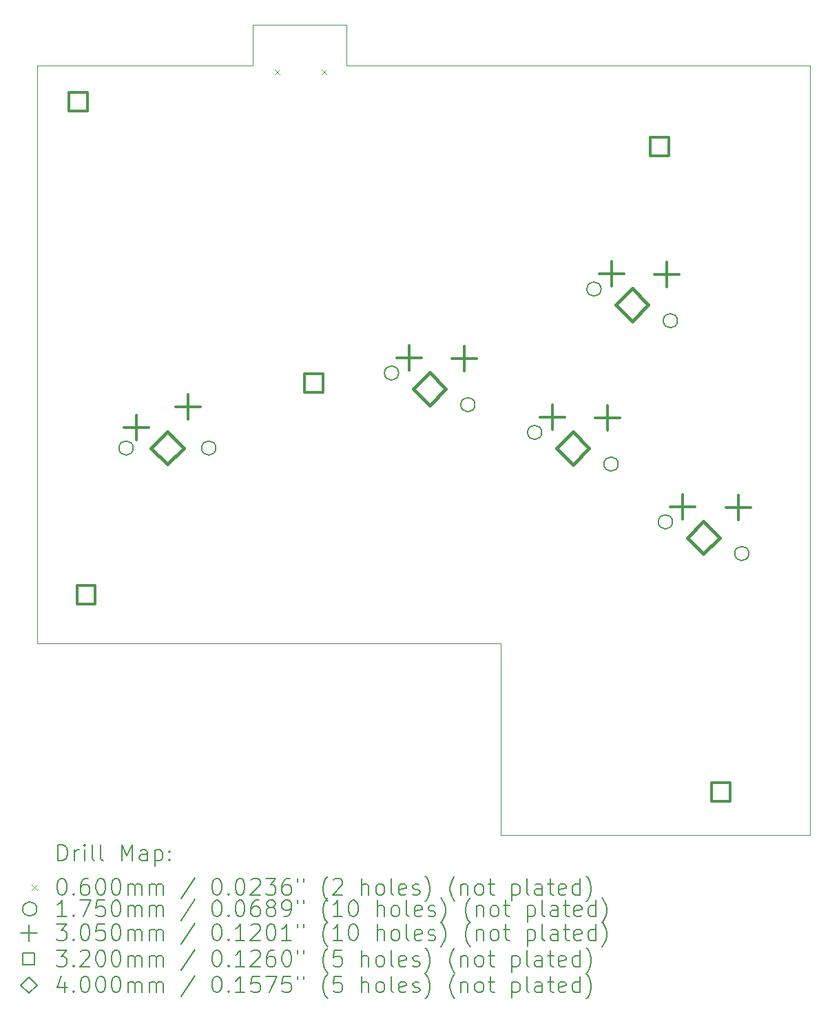
<source format=gbr>
%TF.GenerationSoftware,KiCad,Pcbnew,8.0.4*%
%TF.CreationDate,2024-07-30T01:55:00-07:00*%
%TF.ProjectId,3board_a,33626f61-7264-45f6-912e-6b696361645f,rev?*%
%TF.SameCoordinates,Original*%
%TF.FileFunction,Drillmap*%
%TF.FilePolarity,Positive*%
%FSLAX45Y45*%
G04 Gerber Fmt 4.5, Leading zero omitted, Abs format (unit mm)*
G04 Created by KiCad (PCBNEW 8.0.4) date 2024-07-30 01:55:00*
%MOMM*%
%LPD*%
G01*
G04 APERTURE LIST*
%ADD10C,0.100000*%
%ADD11C,0.200000*%
%ADD12C,0.175000*%
%ADD13C,0.305000*%
%ADD14C,0.320000*%
%ADD15C,0.400000*%
G04 APERTURE END LIST*
D10*
X13900000Y-11950000D02*
X10100000Y-11950000D01*
X7050000Y-2500000D02*
X7050000Y-2000000D01*
X10100000Y-11950000D02*
X10100000Y-9600000D01*
X13900000Y-2500000D02*
X13900000Y-11950000D01*
X10100000Y-9600000D02*
X4400000Y-9600000D01*
X7050000Y-2000000D02*
X8200000Y-2000000D01*
X4400000Y-2500000D02*
X7050000Y-2500000D01*
X4400000Y-9600000D02*
X4400000Y-2500000D01*
X8200000Y-2500000D02*
X13900000Y-2500000D01*
X8200000Y-2000000D02*
X8200000Y-2500000D01*
D11*
D10*
X7319000Y-2549500D02*
X7379000Y-2609500D01*
X7379000Y-2549500D02*
X7319000Y-2609500D01*
X7897000Y-2549500D02*
X7957000Y-2609500D01*
X7957000Y-2549500D02*
X7897000Y-2609500D01*
D12*
X5579500Y-7199170D02*
G75*
G02*
X5404500Y-7199170I-87500J0D01*
G01*
X5404500Y-7199170D02*
G75*
G02*
X5579500Y-7199170I87500J0D01*
G01*
X6595500Y-7199170D02*
G75*
G02*
X6420500Y-7199170I-87500J0D01*
G01*
X6420500Y-7199170D02*
G75*
G02*
X6595500Y-7199170I87500J0D01*
G01*
X8841656Y-6278021D02*
G75*
G02*
X8666656Y-6278021I-87500J0D01*
G01*
X8666656Y-6278021D02*
G75*
G02*
X8841656Y-6278021I87500J0D01*
G01*
X9780318Y-6666827D02*
G75*
G02*
X9605318Y-6666827I-87500J0D01*
G01*
X9605318Y-6666827D02*
G75*
G02*
X9780318Y-6666827I87500J0D01*
G01*
X10601646Y-7007033D02*
G75*
G02*
X10426646Y-7007033I-87500J0D01*
G01*
X10426646Y-7007033D02*
G75*
G02*
X10601646Y-7007033I87500J0D01*
G01*
X11330658Y-5247043D02*
G75*
G02*
X11155658Y-5247043I-87500J0D01*
G01*
X11155658Y-5247043D02*
G75*
G02*
X11330658Y-5247043I87500J0D01*
G01*
X11540308Y-7395839D02*
G75*
G02*
X11365308Y-7395839I-87500J0D01*
G01*
X11365308Y-7395839D02*
G75*
G02*
X11540308Y-7395839I87500J0D01*
G01*
X12208563Y-8105597D02*
G75*
G02*
X12033563Y-8105597I-87500J0D01*
G01*
X12033563Y-8105597D02*
G75*
G02*
X12208563Y-8105597I87500J0D01*
G01*
X12269320Y-5635849D02*
G75*
G02*
X12094320Y-5635849I-87500J0D01*
G01*
X12094320Y-5635849D02*
G75*
G02*
X12269320Y-5635849I87500J0D01*
G01*
X13147225Y-8494403D02*
G75*
G02*
X12972225Y-8494403I-87500J0D01*
G01*
X12972225Y-8494403D02*
G75*
G02*
X13147225Y-8494403I87500J0D01*
G01*
D13*
X5619000Y-6792670D02*
X5619000Y-7097670D01*
X5466500Y-6945170D02*
X5771500Y-6945170D01*
X6254000Y-6538670D02*
X6254000Y-6843670D01*
X6101500Y-6691170D02*
X6406500Y-6691170D01*
X8968690Y-5939456D02*
X8968690Y-6244456D01*
X8816190Y-6091956D02*
X9121190Y-6091956D01*
X9652555Y-5947795D02*
X9652555Y-6252795D01*
X9500055Y-6100295D02*
X9805055Y-6100295D01*
X10728681Y-6668468D02*
X10728681Y-6973468D01*
X10576181Y-6820968D02*
X10881181Y-6820968D01*
X11412546Y-6676807D02*
X11412546Y-6981807D01*
X11260046Y-6829307D02*
X11565046Y-6829307D01*
X11457693Y-4908478D02*
X11457693Y-5213478D01*
X11305193Y-5060978D02*
X11610193Y-5060978D01*
X12141558Y-4916817D02*
X12141558Y-5221817D01*
X11989058Y-5069317D02*
X12294058Y-5069317D01*
X12335598Y-7767032D02*
X12335598Y-8072032D01*
X12183098Y-7919532D02*
X12488098Y-7919532D01*
X13019463Y-7775371D02*
X13019463Y-8080371D01*
X12866963Y-7927871D02*
X13171963Y-7927871D01*
D14*
X5013138Y-3063138D02*
X5013138Y-2836862D01*
X4786862Y-2836862D01*
X4786862Y-3063138D01*
X5013138Y-3063138D01*
X5113138Y-9113138D02*
X5113138Y-8886862D01*
X4886862Y-8886862D01*
X4886862Y-9113138D01*
X5113138Y-9113138D01*
X7913138Y-6513138D02*
X7913138Y-6286862D01*
X7686862Y-6286862D01*
X7686862Y-6513138D01*
X7913138Y-6513138D01*
X12163138Y-3613138D02*
X12163138Y-3386862D01*
X11936862Y-3386862D01*
X11936862Y-3613138D01*
X12163138Y-3613138D01*
X12913138Y-11538138D02*
X12913138Y-11311862D01*
X12686862Y-11311862D01*
X12686862Y-11538138D01*
X12913138Y-11538138D01*
D15*
X6000000Y-7399170D02*
X6200000Y-7199170D01*
X6000000Y-6999170D01*
X5800000Y-7199170D01*
X6000000Y-7399170D01*
X9223487Y-6672424D02*
X9423487Y-6472424D01*
X9223487Y-6272424D01*
X9023487Y-6472424D01*
X9223487Y-6672424D01*
X10983477Y-7401436D02*
X11183477Y-7201436D01*
X10983477Y-7001436D01*
X10783477Y-7201436D01*
X10983477Y-7401436D01*
X11712489Y-5641446D02*
X11912489Y-5441446D01*
X11712489Y-5241446D01*
X11512489Y-5441446D01*
X11712489Y-5641446D01*
X12590394Y-8500000D02*
X12790394Y-8300000D01*
X12590394Y-8100000D01*
X12390394Y-8300000D01*
X12590394Y-8500000D01*
D11*
X4655777Y-12266484D02*
X4655777Y-12066484D01*
X4655777Y-12066484D02*
X4703396Y-12066484D01*
X4703396Y-12066484D02*
X4731967Y-12076008D01*
X4731967Y-12076008D02*
X4751015Y-12095055D01*
X4751015Y-12095055D02*
X4760539Y-12114103D01*
X4760539Y-12114103D02*
X4770063Y-12152198D01*
X4770063Y-12152198D02*
X4770063Y-12180769D01*
X4770063Y-12180769D02*
X4760539Y-12218865D01*
X4760539Y-12218865D02*
X4751015Y-12237912D01*
X4751015Y-12237912D02*
X4731967Y-12256960D01*
X4731967Y-12256960D02*
X4703396Y-12266484D01*
X4703396Y-12266484D02*
X4655777Y-12266484D01*
X4855777Y-12266484D02*
X4855777Y-12133150D01*
X4855777Y-12171246D02*
X4865301Y-12152198D01*
X4865301Y-12152198D02*
X4874824Y-12142674D01*
X4874824Y-12142674D02*
X4893872Y-12133150D01*
X4893872Y-12133150D02*
X4912920Y-12133150D01*
X4979586Y-12266484D02*
X4979586Y-12133150D01*
X4979586Y-12066484D02*
X4970063Y-12076008D01*
X4970063Y-12076008D02*
X4979586Y-12085531D01*
X4979586Y-12085531D02*
X4989110Y-12076008D01*
X4989110Y-12076008D02*
X4979586Y-12066484D01*
X4979586Y-12066484D02*
X4979586Y-12085531D01*
X5103396Y-12266484D02*
X5084348Y-12256960D01*
X5084348Y-12256960D02*
X5074824Y-12237912D01*
X5074824Y-12237912D02*
X5074824Y-12066484D01*
X5208158Y-12266484D02*
X5189110Y-12256960D01*
X5189110Y-12256960D02*
X5179586Y-12237912D01*
X5179586Y-12237912D02*
X5179586Y-12066484D01*
X5436729Y-12266484D02*
X5436729Y-12066484D01*
X5436729Y-12066484D02*
X5503396Y-12209341D01*
X5503396Y-12209341D02*
X5570063Y-12066484D01*
X5570063Y-12066484D02*
X5570063Y-12266484D01*
X5751015Y-12266484D02*
X5751015Y-12161722D01*
X5751015Y-12161722D02*
X5741491Y-12142674D01*
X5741491Y-12142674D02*
X5722443Y-12133150D01*
X5722443Y-12133150D02*
X5684348Y-12133150D01*
X5684348Y-12133150D02*
X5665301Y-12142674D01*
X5751015Y-12256960D02*
X5731967Y-12266484D01*
X5731967Y-12266484D02*
X5684348Y-12266484D01*
X5684348Y-12266484D02*
X5665301Y-12256960D01*
X5665301Y-12256960D02*
X5655777Y-12237912D01*
X5655777Y-12237912D02*
X5655777Y-12218865D01*
X5655777Y-12218865D02*
X5665301Y-12199817D01*
X5665301Y-12199817D02*
X5684348Y-12190293D01*
X5684348Y-12190293D02*
X5731967Y-12190293D01*
X5731967Y-12190293D02*
X5751015Y-12180769D01*
X5846253Y-12133150D02*
X5846253Y-12333150D01*
X5846253Y-12142674D02*
X5865301Y-12133150D01*
X5865301Y-12133150D02*
X5903396Y-12133150D01*
X5903396Y-12133150D02*
X5922443Y-12142674D01*
X5922443Y-12142674D02*
X5931967Y-12152198D01*
X5931967Y-12152198D02*
X5941491Y-12171246D01*
X5941491Y-12171246D02*
X5941491Y-12228388D01*
X5941491Y-12228388D02*
X5931967Y-12247436D01*
X5931967Y-12247436D02*
X5922443Y-12256960D01*
X5922443Y-12256960D02*
X5903396Y-12266484D01*
X5903396Y-12266484D02*
X5865301Y-12266484D01*
X5865301Y-12266484D02*
X5846253Y-12256960D01*
X6027205Y-12247436D02*
X6036729Y-12256960D01*
X6036729Y-12256960D02*
X6027205Y-12266484D01*
X6027205Y-12266484D02*
X6017682Y-12256960D01*
X6017682Y-12256960D02*
X6027205Y-12247436D01*
X6027205Y-12247436D02*
X6027205Y-12266484D01*
X6027205Y-12142674D02*
X6036729Y-12152198D01*
X6036729Y-12152198D02*
X6027205Y-12161722D01*
X6027205Y-12161722D02*
X6017682Y-12152198D01*
X6017682Y-12152198D02*
X6027205Y-12142674D01*
X6027205Y-12142674D02*
X6027205Y-12161722D01*
D10*
X4335000Y-12565000D02*
X4395000Y-12625000D01*
X4395000Y-12565000D02*
X4335000Y-12625000D01*
D11*
X4693872Y-12486484D02*
X4712920Y-12486484D01*
X4712920Y-12486484D02*
X4731967Y-12496008D01*
X4731967Y-12496008D02*
X4741491Y-12505531D01*
X4741491Y-12505531D02*
X4751015Y-12524579D01*
X4751015Y-12524579D02*
X4760539Y-12562674D01*
X4760539Y-12562674D02*
X4760539Y-12610293D01*
X4760539Y-12610293D02*
X4751015Y-12648388D01*
X4751015Y-12648388D02*
X4741491Y-12667436D01*
X4741491Y-12667436D02*
X4731967Y-12676960D01*
X4731967Y-12676960D02*
X4712920Y-12686484D01*
X4712920Y-12686484D02*
X4693872Y-12686484D01*
X4693872Y-12686484D02*
X4674824Y-12676960D01*
X4674824Y-12676960D02*
X4665301Y-12667436D01*
X4665301Y-12667436D02*
X4655777Y-12648388D01*
X4655777Y-12648388D02*
X4646253Y-12610293D01*
X4646253Y-12610293D02*
X4646253Y-12562674D01*
X4646253Y-12562674D02*
X4655777Y-12524579D01*
X4655777Y-12524579D02*
X4665301Y-12505531D01*
X4665301Y-12505531D02*
X4674824Y-12496008D01*
X4674824Y-12496008D02*
X4693872Y-12486484D01*
X4846253Y-12667436D02*
X4855777Y-12676960D01*
X4855777Y-12676960D02*
X4846253Y-12686484D01*
X4846253Y-12686484D02*
X4836729Y-12676960D01*
X4836729Y-12676960D02*
X4846253Y-12667436D01*
X4846253Y-12667436D02*
X4846253Y-12686484D01*
X5027205Y-12486484D02*
X4989110Y-12486484D01*
X4989110Y-12486484D02*
X4970063Y-12496008D01*
X4970063Y-12496008D02*
X4960539Y-12505531D01*
X4960539Y-12505531D02*
X4941491Y-12534103D01*
X4941491Y-12534103D02*
X4931967Y-12572198D01*
X4931967Y-12572198D02*
X4931967Y-12648388D01*
X4931967Y-12648388D02*
X4941491Y-12667436D01*
X4941491Y-12667436D02*
X4951015Y-12676960D01*
X4951015Y-12676960D02*
X4970063Y-12686484D01*
X4970063Y-12686484D02*
X5008158Y-12686484D01*
X5008158Y-12686484D02*
X5027205Y-12676960D01*
X5027205Y-12676960D02*
X5036729Y-12667436D01*
X5036729Y-12667436D02*
X5046253Y-12648388D01*
X5046253Y-12648388D02*
X5046253Y-12600769D01*
X5046253Y-12600769D02*
X5036729Y-12581722D01*
X5036729Y-12581722D02*
X5027205Y-12572198D01*
X5027205Y-12572198D02*
X5008158Y-12562674D01*
X5008158Y-12562674D02*
X4970063Y-12562674D01*
X4970063Y-12562674D02*
X4951015Y-12572198D01*
X4951015Y-12572198D02*
X4941491Y-12581722D01*
X4941491Y-12581722D02*
X4931967Y-12600769D01*
X5170063Y-12486484D02*
X5189110Y-12486484D01*
X5189110Y-12486484D02*
X5208158Y-12496008D01*
X5208158Y-12496008D02*
X5217682Y-12505531D01*
X5217682Y-12505531D02*
X5227205Y-12524579D01*
X5227205Y-12524579D02*
X5236729Y-12562674D01*
X5236729Y-12562674D02*
X5236729Y-12610293D01*
X5236729Y-12610293D02*
X5227205Y-12648388D01*
X5227205Y-12648388D02*
X5217682Y-12667436D01*
X5217682Y-12667436D02*
X5208158Y-12676960D01*
X5208158Y-12676960D02*
X5189110Y-12686484D01*
X5189110Y-12686484D02*
X5170063Y-12686484D01*
X5170063Y-12686484D02*
X5151015Y-12676960D01*
X5151015Y-12676960D02*
X5141491Y-12667436D01*
X5141491Y-12667436D02*
X5131967Y-12648388D01*
X5131967Y-12648388D02*
X5122444Y-12610293D01*
X5122444Y-12610293D02*
X5122444Y-12562674D01*
X5122444Y-12562674D02*
X5131967Y-12524579D01*
X5131967Y-12524579D02*
X5141491Y-12505531D01*
X5141491Y-12505531D02*
X5151015Y-12496008D01*
X5151015Y-12496008D02*
X5170063Y-12486484D01*
X5360539Y-12486484D02*
X5379586Y-12486484D01*
X5379586Y-12486484D02*
X5398634Y-12496008D01*
X5398634Y-12496008D02*
X5408158Y-12505531D01*
X5408158Y-12505531D02*
X5417682Y-12524579D01*
X5417682Y-12524579D02*
X5427205Y-12562674D01*
X5427205Y-12562674D02*
X5427205Y-12610293D01*
X5427205Y-12610293D02*
X5417682Y-12648388D01*
X5417682Y-12648388D02*
X5408158Y-12667436D01*
X5408158Y-12667436D02*
X5398634Y-12676960D01*
X5398634Y-12676960D02*
X5379586Y-12686484D01*
X5379586Y-12686484D02*
X5360539Y-12686484D01*
X5360539Y-12686484D02*
X5341491Y-12676960D01*
X5341491Y-12676960D02*
X5331967Y-12667436D01*
X5331967Y-12667436D02*
X5322444Y-12648388D01*
X5322444Y-12648388D02*
X5312920Y-12610293D01*
X5312920Y-12610293D02*
X5312920Y-12562674D01*
X5312920Y-12562674D02*
X5322444Y-12524579D01*
X5322444Y-12524579D02*
X5331967Y-12505531D01*
X5331967Y-12505531D02*
X5341491Y-12496008D01*
X5341491Y-12496008D02*
X5360539Y-12486484D01*
X5512920Y-12686484D02*
X5512920Y-12553150D01*
X5512920Y-12572198D02*
X5522444Y-12562674D01*
X5522444Y-12562674D02*
X5541491Y-12553150D01*
X5541491Y-12553150D02*
X5570063Y-12553150D01*
X5570063Y-12553150D02*
X5589110Y-12562674D01*
X5589110Y-12562674D02*
X5598634Y-12581722D01*
X5598634Y-12581722D02*
X5598634Y-12686484D01*
X5598634Y-12581722D02*
X5608158Y-12562674D01*
X5608158Y-12562674D02*
X5627205Y-12553150D01*
X5627205Y-12553150D02*
X5655777Y-12553150D01*
X5655777Y-12553150D02*
X5674824Y-12562674D01*
X5674824Y-12562674D02*
X5684348Y-12581722D01*
X5684348Y-12581722D02*
X5684348Y-12686484D01*
X5779586Y-12686484D02*
X5779586Y-12553150D01*
X5779586Y-12572198D02*
X5789110Y-12562674D01*
X5789110Y-12562674D02*
X5808158Y-12553150D01*
X5808158Y-12553150D02*
X5836729Y-12553150D01*
X5836729Y-12553150D02*
X5855777Y-12562674D01*
X5855777Y-12562674D02*
X5865301Y-12581722D01*
X5865301Y-12581722D02*
X5865301Y-12686484D01*
X5865301Y-12581722D02*
X5874824Y-12562674D01*
X5874824Y-12562674D02*
X5893872Y-12553150D01*
X5893872Y-12553150D02*
X5922443Y-12553150D01*
X5922443Y-12553150D02*
X5941491Y-12562674D01*
X5941491Y-12562674D02*
X5951015Y-12581722D01*
X5951015Y-12581722D02*
X5951015Y-12686484D01*
X6341491Y-12476960D02*
X6170063Y-12734103D01*
X6598634Y-12486484D02*
X6617682Y-12486484D01*
X6617682Y-12486484D02*
X6636729Y-12496008D01*
X6636729Y-12496008D02*
X6646253Y-12505531D01*
X6646253Y-12505531D02*
X6655777Y-12524579D01*
X6655777Y-12524579D02*
X6665301Y-12562674D01*
X6665301Y-12562674D02*
X6665301Y-12610293D01*
X6665301Y-12610293D02*
X6655777Y-12648388D01*
X6655777Y-12648388D02*
X6646253Y-12667436D01*
X6646253Y-12667436D02*
X6636729Y-12676960D01*
X6636729Y-12676960D02*
X6617682Y-12686484D01*
X6617682Y-12686484D02*
X6598634Y-12686484D01*
X6598634Y-12686484D02*
X6579586Y-12676960D01*
X6579586Y-12676960D02*
X6570063Y-12667436D01*
X6570063Y-12667436D02*
X6560539Y-12648388D01*
X6560539Y-12648388D02*
X6551015Y-12610293D01*
X6551015Y-12610293D02*
X6551015Y-12562674D01*
X6551015Y-12562674D02*
X6560539Y-12524579D01*
X6560539Y-12524579D02*
X6570063Y-12505531D01*
X6570063Y-12505531D02*
X6579586Y-12496008D01*
X6579586Y-12496008D02*
X6598634Y-12486484D01*
X6751015Y-12667436D02*
X6760539Y-12676960D01*
X6760539Y-12676960D02*
X6751015Y-12686484D01*
X6751015Y-12686484D02*
X6741491Y-12676960D01*
X6741491Y-12676960D02*
X6751015Y-12667436D01*
X6751015Y-12667436D02*
X6751015Y-12686484D01*
X6884348Y-12486484D02*
X6903396Y-12486484D01*
X6903396Y-12486484D02*
X6922444Y-12496008D01*
X6922444Y-12496008D02*
X6931967Y-12505531D01*
X6931967Y-12505531D02*
X6941491Y-12524579D01*
X6941491Y-12524579D02*
X6951015Y-12562674D01*
X6951015Y-12562674D02*
X6951015Y-12610293D01*
X6951015Y-12610293D02*
X6941491Y-12648388D01*
X6941491Y-12648388D02*
X6931967Y-12667436D01*
X6931967Y-12667436D02*
X6922444Y-12676960D01*
X6922444Y-12676960D02*
X6903396Y-12686484D01*
X6903396Y-12686484D02*
X6884348Y-12686484D01*
X6884348Y-12686484D02*
X6865301Y-12676960D01*
X6865301Y-12676960D02*
X6855777Y-12667436D01*
X6855777Y-12667436D02*
X6846253Y-12648388D01*
X6846253Y-12648388D02*
X6836729Y-12610293D01*
X6836729Y-12610293D02*
X6836729Y-12562674D01*
X6836729Y-12562674D02*
X6846253Y-12524579D01*
X6846253Y-12524579D02*
X6855777Y-12505531D01*
X6855777Y-12505531D02*
X6865301Y-12496008D01*
X6865301Y-12496008D02*
X6884348Y-12486484D01*
X7027206Y-12505531D02*
X7036729Y-12496008D01*
X7036729Y-12496008D02*
X7055777Y-12486484D01*
X7055777Y-12486484D02*
X7103396Y-12486484D01*
X7103396Y-12486484D02*
X7122444Y-12496008D01*
X7122444Y-12496008D02*
X7131967Y-12505531D01*
X7131967Y-12505531D02*
X7141491Y-12524579D01*
X7141491Y-12524579D02*
X7141491Y-12543627D01*
X7141491Y-12543627D02*
X7131967Y-12572198D01*
X7131967Y-12572198D02*
X7017682Y-12686484D01*
X7017682Y-12686484D02*
X7141491Y-12686484D01*
X7208158Y-12486484D02*
X7331967Y-12486484D01*
X7331967Y-12486484D02*
X7265301Y-12562674D01*
X7265301Y-12562674D02*
X7293872Y-12562674D01*
X7293872Y-12562674D02*
X7312920Y-12572198D01*
X7312920Y-12572198D02*
X7322444Y-12581722D01*
X7322444Y-12581722D02*
X7331967Y-12600769D01*
X7331967Y-12600769D02*
X7331967Y-12648388D01*
X7331967Y-12648388D02*
X7322444Y-12667436D01*
X7322444Y-12667436D02*
X7312920Y-12676960D01*
X7312920Y-12676960D02*
X7293872Y-12686484D01*
X7293872Y-12686484D02*
X7236729Y-12686484D01*
X7236729Y-12686484D02*
X7217682Y-12676960D01*
X7217682Y-12676960D02*
X7208158Y-12667436D01*
X7503396Y-12486484D02*
X7465301Y-12486484D01*
X7465301Y-12486484D02*
X7446253Y-12496008D01*
X7446253Y-12496008D02*
X7436729Y-12505531D01*
X7436729Y-12505531D02*
X7417682Y-12534103D01*
X7417682Y-12534103D02*
X7408158Y-12572198D01*
X7408158Y-12572198D02*
X7408158Y-12648388D01*
X7408158Y-12648388D02*
X7417682Y-12667436D01*
X7417682Y-12667436D02*
X7427206Y-12676960D01*
X7427206Y-12676960D02*
X7446253Y-12686484D01*
X7446253Y-12686484D02*
X7484348Y-12686484D01*
X7484348Y-12686484D02*
X7503396Y-12676960D01*
X7503396Y-12676960D02*
X7512920Y-12667436D01*
X7512920Y-12667436D02*
X7522444Y-12648388D01*
X7522444Y-12648388D02*
X7522444Y-12600769D01*
X7522444Y-12600769D02*
X7512920Y-12581722D01*
X7512920Y-12581722D02*
X7503396Y-12572198D01*
X7503396Y-12572198D02*
X7484348Y-12562674D01*
X7484348Y-12562674D02*
X7446253Y-12562674D01*
X7446253Y-12562674D02*
X7427206Y-12572198D01*
X7427206Y-12572198D02*
X7417682Y-12581722D01*
X7417682Y-12581722D02*
X7408158Y-12600769D01*
X7598634Y-12486484D02*
X7598634Y-12524579D01*
X7674825Y-12486484D02*
X7674825Y-12524579D01*
X7970063Y-12762674D02*
X7960539Y-12753150D01*
X7960539Y-12753150D02*
X7941491Y-12724579D01*
X7941491Y-12724579D02*
X7931968Y-12705531D01*
X7931968Y-12705531D02*
X7922444Y-12676960D01*
X7922444Y-12676960D02*
X7912920Y-12629341D01*
X7912920Y-12629341D02*
X7912920Y-12591246D01*
X7912920Y-12591246D02*
X7922444Y-12543627D01*
X7922444Y-12543627D02*
X7931968Y-12515055D01*
X7931968Y-12515055D02*
X7941491Y-12496008D01*
X7941491Y-12496008D02*
X7960539Y-12467436D01*
X7960539Y-12467436D02*
X7970063Y-12457912D01*
X8036729Y-12505531D02*
X8046253Y-12496008D01*
X8046253Y-12496008D02*
X8065301Y-12486484D01*
X8065301Y-12486484D02*
X8112920Y-12486484D01*
X8112920Y-12486484D02*
X8131968Y-12496008D01*
X8131968Y-12496008D02*
X8141491Y-12505531D01*
X8141491Y-12505531D02*
X8151015Y-12524579D01*
X8151015Y-12524579D02*
X8151015Y-12543627D01*
X8151015Y-12543627D02*
X8141491Y-12572198D01*
X8141491Y-12572198D02*
X8027206Y-12686484D01*
X8027206Y-12686484D02*
X8151015Y-12686484D01*
X8389111Y-12686484D02*
X8389111Y-12486484D01*
X8474825Y-12686484D02*
X8474825Y-12581722D01*
X8474825Y-12581722D02*
X8465301Y-12562674D01*
X8465301Y-12562674D02*
X8446253Y-12553150D01*
X8446253Y-12553150D02*
X8417682Y-12553150D01*
X8417682Y-12553150D02*
X8398634Y-12562674D01*
X8398634Y-12562674D02*
X8389111Y-12572198D01*
X8598634Y-12686484D02*
X8579587Y-12676960D01*
X8579587Y-12676960D02*
X8570063Y-12667436D01*
X8570063Y-12667436D02*
X8560539Y-12648388D01*
X8560539Y-12648388D02*
X8560539Y-12591246D01*
X8560539Y-12591246D02*
X8570063Y-12572198D01*
X8570063Y-12572198D02*
X8579587Y-12562674D01*
X8579587Y-12562674D02*
X8598634Y-12553150D01*
X8598634Y-12553150D02*
X8627206Y-12553150D01*
X8627206Y-12553150D02*
X8646253Y-12562674D01*
X8646253Y-12562674D02*
X8655777Y-12572198D01*
X8655777Y-12572198D02*
X8665301Y-12591246D01*
X8665301Y-12591246D02*
X8665301Y-12648388D01*
X8665301Y-12648388D02*
X8655777Y-12667436D01*
X8655777Y-12667436D02*
X8646253Y-12676960D01*
X8646253Y-12676960D02*
X8627206Y-12686484D01*
X8627206Y-12686484D02*
X8598634Y-12686484D01*
X8779587Y-12686484D02*
X8760539Y-12676960D01*
X8760539Y-12676960D02*
X8751015Y-12657912D01*
X8751015Y-12657912D02*
X8751015Y-12486484D01*
X8931968Y-12676960D02*
X8912920Y-12686484D01*
X8912920Y-12686484D02*
X8874825Y-12686484D01*
X8874825Y-12686484D02*
X8855777Y-12676960D01*
X8855777Y-12676960D02*
X8846253Y-12657912D01*
X8846253Y-12657912D02*
X8846253Y-12581722D01*
X8846253Y-12581722D02*
X8855777Y-12562674D01*
X8855777Y-12562674D02*
X8874825Y-12553150D01*
X8874825Y-12553150D02*
X8912920Y-12553150D01*
X8912920Y-12553150D02*
X8931968Y-12562674D01*
X8931968Y-12562674D02*
X8941492Y-12581722D01*
X8941492Y-12581722D02*
X8941492Y-12600769D01*
X8941492Y-12600769D02*
X8846253Y-12619817D01*
X9017682Y-12676960D02*
X9036730Y-12686484D01*
X9036730Y-12686484D02*
X9074825Y-12686484D01*
X9074825Y-12686484D02*
X9093873Y-12676960D01*
X9093873Y-12676960D02*
X9103396Y-12657912D01*
X9103396Y-12657912D02*
X9103396Y-12648388D01*
X9103396Y-12648388D02*
X9093873Y-12629341D01*
X9093873Y-12629341D02*
X9074825Y-12619817D01*
X9074825Y-12619817D02*
X9046253Y-12619817D01*
X9046253Y-12619817D02*
X9027206Y-12610293D01*
X9027206Y-12610293D02*
X9017682Y-12591246D01*
X9017682Y-12591246D02*
X9017682Y-12581722D01*
X9017682Y-12581722D02*
X9027206Y-12562674D01*
X9027206Y-12562674D02*
X9046253Y-12553150D01*
X9046253Y-12553150D02*
X9074825Y-12553150D01*
X9074825Y-12553150D02*
X9093873Y-12562674D01*
X9170063Y-12762674D02*
X9179587Y-12753150D01*
X9179587Y-12753150D02*
X9198634Y-12724579D01*
X9198634Y-12724579D02*
X9208158Y-12705531D01*
X9208158Y-12705531D02*
X9217682Y-12676960D01*
X9217682Y-12676960D02*
X9227206Y-12629341D01*
X9227206Y-12629341D02*
X9227206Y-12591246D01*
X9227206Y-12591246D02*
X9217682Y-12543627D01*
X9217682Y-12543627D02*
X9208158Y-12515055D01*
X9208158Y-12515055D02*
X9198634Y-12496008D01*
X9198634Y-12496008D02*
X9179587Y-12467436D01*
X9179587Y-12467436D02*
X9170063Y-12457912D01*
X9531968Y-12762674D02*
X9522444Y-12753150D01*
X9522444Y-12753150D02*
X9503396Y-12724579D01*
X9503396Y-12724579D02*
X9493873Y-12705531D01*
X9493873Y-12705531D02*
X9484349Y-12676960D01*
X9484349Y-12676960D02*
X9474825Y-12629341D01*
X9474825Y-12629341D02*
X9474825Y-12591246D01*
X9474825Y-12591246D02*
X9484349Y-12543627D01*
X9484349Y-12543627D02*
X9493873Y-12515055D01*
X9493873Y-12515055D02*
X9503396Y-12496008D01*
X9503396Y-12496008D02*
X9522444Y-12467436D01*
X9522444Y-12467436D02*
X9531968Y-12457912D01*
X9608158Y-12553150D02*
X9608158Y-12686484D01*
X9608158Y-12572198D02*
X9617682Y-12562674D01*
X9617682Y-12562674D02*
X9636730Y-12553150D01*
X9636730Y-12553150D02*
X9665301Y-12553150D01*
X9665301Y-12553150D02*
X9684349Y-12562674D01*
X9684349Y-12562674D02*
X9693873Y-12581722D01*
X9693873Y-12581722D02*
X9693873Y-12686484D01*
X9817682Y-12686484D02*
X9798634Y-12676960D01*
X9798634Y-12676960D02*
X9789111Y-12667436D01*
X9789111Y-12667436D02*
X9779587Y-12648388D01*
X9779587Y-12648388D02*
X9779587Y-12591246D01*
X9779587Y-12591246D02*
X9789111Y-12572198D01*
X9789111Y-12572198D02*
X9798634Y-12562674D01*
X9798634Y-12562674D02*
X9817682Y-12553150D01*
X9817682Y-12553150D02*
X9846254Y-12553150D01*
X9846254Y-12553150D02*
X9865301Y-12562674D01*
X9865301Y-12562674D02*
X9874825Y-12572198D01*
X9874825Y-12572198D02*
X9884349Y-12591246D01*
X9884349Y-12591246D02*
X9884349Y-12648388D01*
X9884349Y-12648388D02*
X9874825Y-12667436D01*
X9874825Y-12667436D02*
X9865301Y-12676960D01*
X9865301Y-12676960D02*
X9846254Y-12686484D01*
X9846254Y-12686484D02*
X9817682Y-12686484D01*
X9941492Y-12553150D02*
X10017682Y-12553150D01*
X9970063Y-12486484D02*
X9970063Y-12657912D01*
X9970063Y-12657912D02*
X9979587Y-12676960D01*
X9979587Y-12676960D02*
X9998634Y-12686484D01*
X9998634Y-12686484D02*
X10017682Y-12686484D01*
X10236730Y-12553150D02*
X10236730Y-12753150D01*
X10236730Y-12562674D02*
X10255777Y-12553150D01*
X10255777Y-12553150D02*
X10293873Y-12553150D01*
X10293873Y-12553150D02*
X10312920Y-12562674D01*
X10312920Y-12562674D02*
X10322444Y-12572198D01*
X10322444Y-12572198D02*
X10331968Y-12591246D01*
X10331968Y-12591246D02*
X10331968Y-12648388D01*
X10331968Y-12648388D02*
X10322444Y-12667436D01*
X10322444Y-12667436D02*
X10312920Y-12676960D01*
X10312920Y-12676960D02*
X10293873Y-12686484D01*
X10293873Y-12686484D02*
X10255777Y-12686484D01*
X10255777Y-12686484D02*
X10236730Y-12676960D01*
X10446254Y-12686484D02*
X10427206Y-12676960D01*
X10427206Y-12676960D02*
X10417682Y-12657912D01*
X10417682Y-12657912D02*
X10417682Y-12486484D01*
X10608158Y-12686484D02*
X10608158Y-12581722D01*
X10608158Y-12581722D02*
X10598635Y-12562674D01*
X10598635Y-12562674D02*
X10579587Y-12553150D01*
X10579587Y-12553150D02*
X10541492Y-12553150D01*
X10541492Y-12553150D02*
X10522444Y-12562674D01*
X10608158Y-12676960D02*
X10589111Y-12686484D01*
X10589111Y-12686484D02*
X10541492Y-12686484D01*
X10541492Y-12686484D02*
X10522444Y-12676960D01*
X10522444Y-12676960D02*
X10512920Y-12657912D01*
X10512920Y-12657912D02*
X10512920Y-12638865D01*
X10512920Y-12638865D02*
X10522444Y-12619817D01*
X10522444Y-12619817D02*
X10541492Y-12610293D01*
X10541492Y-12610293D02*
X10589111Y-12610293D01*
X10589111Y-12610293D02*
X10608158Y-12600769D01*
X10674825Y-12553150D02*
X10751015Y-12553150D01*
X10703396Y-12486484D02*
X10703396Y-12657912D01*
X10703396Y-12657912D02*
X10712920Y-12676960D01*
X10712920Y-12676960D02*
X10731968Y-12686484D01*
X10731968Y-12686484D02*
X10751015Y-12686484D01*
X10893873Y-12676960D02*
X10874825Y-12686484D01*
X10874825Y-12686484D02*
X10836730Y-12686484D01*
X10836730Y-12686484D02*
X10817682Y-12676960D01*
X10817682Y-12676960D02*
X10808158Y-12657912D01*
X10808158Y-12657912D02*
X10808158Y-12581722D01*
X10808158Y-12581722D02*
X10817682Y-12562674D01*
X10817682Y-12562674D02*
X10836730Y-12553150D01*
X10836730Y-12553150D02*
X10874825Y-12553150D01*
X10874825Y-12553150D02*
X10893873Y-12562674D01*
X10893873Y-12562674D02*
X10903396Y-12581722D01*
X10903396Y-12581722D02*
X10903396Y-12600769D01*
X10903396Y-12600769D02*
X10808158Y-12619817D01*
X11074825Y-12686484D02*
X11074825Y-12486484D01*
X11074825Y-12676960D02*
X11055777Y-12686484D01*
X11055777Y-12686484D02*
X11017682Y-12686484D01*
X11017682Y-12686484D02*
X10998635Y-12676960D01*
X10998635Y-12676960D02*
X10989111Y-12667436D01*
X10989111Y-12667436D02*
X10979587Y-12648388D01*
X10979587Y-12648388D02*
X10979587Y-12591246D01*
X10979587Y-12591246D02*
X10989111Y-12572198D01*
X10989111Y-12572198D02*
X10998635Y-12562674D01*
X10998635Y-12562674D02*
X11017682Y-12553150D01*
X11017682Y-12553150D02*
X11055777Y-12553150D01*
X11055777Y-12553150D02*
X11074825Y-12562674D01*
X11151016Y-12762674D02*
X11160539Y-12753150D01*
X11160539Y-12753150D02*
X11179587Y-12724579D01*
X11179587Y-12724579D02*
X11189111Y-12705531D01*
X11189111Y-12705531D02*
X11198634Y-12676960D01*
X11198634Y-12676960D02*
X11208158Y-12629341D01*
X11208158Y-12629341D02*
X11208158Y-12591246D01*
X11208158Y-12591246D02*
X11198634Y-12543627D01*
X11198634Y-12543627D02*
X11189111Y-12515055D01*
X11189111Y-12515055D02*
X11179587Y-12496008D01*
X11179587Y-12496008D02*
X11160539Y-12467436D01*
X11160539Y-12467436D02*
X11151016Y-12457912D01*
D12*
X4395000Y-12859000D02*
G75*
G02*
X4220000Y-12859000I-87500J0D01*
G01*
X4220000Y-12859000D02*
G75*
G02*
X4395000Y-12859000I87500J0D01*
G01*
D11*
X4760539Y-12950484D02*
X4646253Y-12950484D01*
X4703396Y-12950484D02*
X4703396Y-12750484D01*
X4703396Y-12750484D02*
X4684348Y-12779055D01*
X4684348Y-12779055D02*
X4665301Y-12798103D01*
X4665301Y-12798103D02*
X4646253Y-12807627D01*
X4846253Y-12931436D02*
X4855777Y-12940960D01*
X4855777Y-12940960D02*
X4846253Y-12950484D01*
X4846253Y-12950484D02*
X4836729Y-12940960D01*
X4836729Y-12940960D02*
X4846253Y-12931436D01*
X4846253Y-12931436D02*
X4846253Y-12950484D01*
X4922444Y-12750484D02*
X5055777Y-12750484D01*
X5055777Y-12750484D02*
X4970063Y-12950484D01*
X5227205Y-12750484D02*
X5131967Y-12750484D01*
X5131967Y-12750484D02*
X5122444Y-12845722D01*
X5122444Y-12845722D02*
X5131967Y-12836198D01*
X5131967Y-12836198D02*
X5151015Y-12826674D01*
X5151015Y-12826674D02*
X5198634Y-12826674D01*
X5198634Y-12826674D02*
X5217682Y-12836198D01*
X5217682Y-12836198D02*
X5227205Y-12845722D01*
X5227205Y-12845722D02*
X5236729Y-12864769D01*
X5236729Y-12864769D02*
X5236729Y-12912388D01*
X5236729Y-12912388D02*
X5227205Y-12931436D01*
X5227205Y-12931436D02*
X5217682Y-12940960D01*
X5217682Y-12940960D02*
X5198634Y-12950484D01*
X5198634Y-12950484D02*
X5151015Y-12950484D01*
X5151015Y-12950484D02*
X5131967Y-12940960D01*
X5131967Y-12940960D02*
X5122444Y-12931436D01*
X5360539Y-12750484D02*
X5379586Y-12750484D01*
X5379586Y-12750484D02*
X5398634Y-12760008D01*
X5398634Y-12760008D02*
X5408158Y-12769531D01*
X5408158Y-12769531D02*
X5417682Y-12788579D01*
X5417682Y-12788579D02*
X5427205Y-12826674D01*
X5427205Y-12826674D02*
X5427205Y-12874293D01*
X5427205Y-12874293D02*
X5417682Y-12912388D01*
X5417682Y-12912388D02*
X5408158Y-12931436D01*
X5408158Y-12931436D02*
X5398634Y-12940960D01*
X5398634Y-12940960D02*
X5379586Y-12950484D01*
X5379586Y-12950484D02*
X5360539Y-12950484D01*
X5360539Y-12950484D02*
X5341491Y-12940960D01*
X5341491Y-12940960D02*
X5331967Y-12931436D01*
X5331967Y-12931436D02*
X5322444Y-12912388D01*
X5322444Y-12912388D02*
X5312920Y-12874293D01*
X5312920Y-12874293D02*
X5312920Y-12826674D01*
X5312920Y-12826674D02*
X5322444Y-12788579D01*
X5322444Y-12788579D02*
X5331967Y-12769531D01*
X5331967Y-12769531D02*
X5341491Y-12760008D01*
X5341491Y-12760008D02*
X5360539Y-12750484D01*
X5512920Y-12950484D02*
X5512920Y-12817150D01*
X5512920Y-12836198D02*
X5522444Y-12826674D01*
X5522444Y-12826674D02*
X5541491Y-12817150D01*
X5541491Y-12817150D02*
X5570063Y-12817150D01*
X5570063Y-12817150D02*
X5589110Y-12826674D01*
X5589110Y-12826674D02*
X5598634Y-12845722D01*
X5598634Y-12845722D02*
X5598634Y-12950484D01*
X5598634Y-12845722D02*
X5608158Y-12826674D01*
X5608158Y-12826674D02*
X5627205Y-12817150D01*
X5627205Y-12817150D02*
X5655777Y-12817150D01*
X5655777Y-12817150D02*
X5674824Y-12826674D01*
X5674824Y-12826674D02*
X5684348Y-12845722D01*
X5684348Y-12845722D02*
X5684348Y-12950484D01*
X5779586Y-12950484D02*
X5779586Y-12817150D01*
X5779586Y-12836198D02*
X5789110Y-12826674D01*
X5789110Y-12826674D02*
X5808158Y-12817150D01*
X5808158Y-12817150D02*
X5836729Y-12817150D01*
X5836729Y-12817150D02*
X5855777Y-12826674D01*
X5855777Y-12826674D02*
X5865301Y-12845722D01*
X5865301Y-12845722D02*
X5865301Y-12950484D01*
X5865301Y-12845722D02*
X5874824Y-12826674D01*
X5874824Y-12826674D02*
X5893872Y-12817150D01*
X5893872Y-12817150D02*
X5922443Y-12817150D01*
X5922443Y-12817150D02*
X5941491Y-12826674D01*
X5941491Y-12826674D02*
X5951015Y-12845722D01*
X5951015Y-12845722D02*
X5951015Y-12950484D01*
X6341491Y-12740960D02*
X6170063Y-12998103D01*
X6598634Y-12750484D02*
X6617682Y-12750484D01*
X6617682Y-12750484D02*
X6636729Y-12760008D01*
X6636729Y-12760008D02*
X6646253Y-12769531D01*
X6646253Y-12769531D02*
X6655777Y-12788579D01*
X6655777Y-12788579D02*
X6665301Y-12826674D01*
X6665301Y-12826674D02*
X6665301Y-12874293D01*
X6665301Y-12874293D02*
X6655777Y-12912388D01*
X6655777Y-12912388D02*
X6646253Y-12931436D01*
X6646253Y-12931436D02*
X6636729Y-12940960D01*
X6636729Y-12940960D02*
X6617682Y-12950484D01*
X6617682Y-12950484D02*
X6598634Y-12950484D01*
X6598634Y-12950484D02*
X6579586Y-12940960D01*
X6579586Y-12940960D02*
X6570063Y-12931436D01*
X6570063Y-12931436D02*
X6560539Y-12912388D01*
X6560539Y-12912388D02*
X6551015Y-12874293D01*
X6551015Y-12874293D02*
X6551015Y-12826674D01*
X6551015Y-12826674D02*
X6560539Y-12788579D01*
X6560539Y-12788579D02*
X6570063Y-12769531D01*
X6570063Y-12769531D02*
X6579586Y-12760008D01*
X6579586Y-12760008D02*
X6598634Y-12750484D01*
X6751015Y-12931436D02*
X6760539Y-12940960D01*
X6760539Y-12940960D02*
X6751015Y-12950484D01*
X6751015Y-12950484D02*
X6741491Y-12940960D01*
X6741491Y-12940960D02*
X6751015Y-12931436D01*
X6751015Y-12931436D02*
X6751015Y-12950484D01*
X6884348Y-12750484D02*
X6903396Y-12750484D01*
X6903396Y-12750484D02*
X6922444Y-12760008D01*
X6922444Y-12760008D02*
X6931967Y-12769531D01*
X6931967Y-12769531D02*
X6941491Y-12788579D01*
X6941491Y-12788579D02*
X6951015Y-12826674D01*
X6951015Y-12826674D02*
X6951015Y-12874293D01*
X6951015Y-12874293D02*
X6941491Y-12912388D01*
X6941491Y-12912388D02*
X6931967Y-12931436D01*
X6931967Y-12931436D02*
X6922444Y-12940960D01*
X6922444Y-12940960D02*
X6903396Y-12950484D01*
X6903396Y-12950484D02*
X6884348Y-12950484D01*
X6884348Y-12950484D02*
X6865301Y-12940960D01*
X6865301Y-12940960D02*
X6855777Y-12931436D01*
X6855777Y-12931436D02*
X6846253Y-12912388D01*
X6846253Y-12912388D02*
X6836729Y-12874293D01*
X6836729Y-12874293D02*
X6836729Y-12826674D01*
X6836729Y-12826674D02*
X6846253Y-12788579D01*
X6846253Y-12788579D02*
X6855777Y-12769531D01*
X6855777Y-12769531D02*
X6865301Y-12760008D01*
X6865301Y-12760008D02*
X6884348Y-12750484D01*
X7122444Y-12750484D02*
X7084348Y-12750484D01*
X7084348Y-12750484D02*
X7065301Y-12760008D01*
X7065301Y-12760008D02*
X7055777Y-12769531D01*
X7055777Y-12769531D02*
X7036729Y-12798103D01*
X7036729Y-12798103D02*
X7027206Y-12836198D01*
X7027206Y-12836198D02*
X7027206Y-12912388D01*
X7027206Y-12912388D02*
X7036729Y-12931436D01*
X7036729Y-12931436D02*
X7046253Y-12940960D01*
X7046253Y-12940960D02*
X7065301Y-12950484D01*
X7065301Y-12950484D02*
X7103396Y-12950484D01*
X7103396Y-12950484D02*
X7122444Y-12940960D01*
X7122444Y-12940960D02*
X7131967Y-12931436D01*
X7131967Y-12931436D02*
X7141491Y-12912388D01*
X7141491Y-12912388D02*
X7141491Y-12864769D01*
X7141491Y-12864769D02*
X7131967Y-12845722D01*
X7131967Y-12845722D02*
X7122444Y-12836198D01*
X7122444Y-12836198D02*
X7103396Y-12826674D01*
X7103396Y-12826674D02*
X7065301Y-12826674D01*
X7065301Y-12826674D02*
X7046253Y-12836198D01*
X7046253Y-12836198D02*
X7036729Y-12845722D01*
X7036729Y-12845722D02*
X7027206Y-12864769D01*
X7255777Y-12836198D02*
X7236729Y-12826674D01*
X7236729Y-12826674D02*
X7227206Y-12817150D01*
X7227206Y-12817150D02*
X7217682Y-12798103D01*
X7217682Y-12798103D02*
X7217682Y-12788579D01*
X7217682Y-12788579D02*
X7227206Y-12769531D01*
X7227206Y-12769531D02*
X7236729Y-12760008D01*
X7236729Y-12760008D02*
X7255777Y-12750484D01*
X7255777Y-12750484D02*
X7293872Y-12750484D01*
X7293872Y-12750484D02*
X7312920Y-12760008D01*
X7312920Y-12760008D02*
X7322444Y-12769531D01*
X7322444Y-12769531D02*
X7331967Y-12788579D01*
X7331967Y-12788579D02*
X7331967Y-12798103D01*
X7331967Y-12798103D02*
X7322444Y-12817150D01*
X7322444Y-12817150D02*
X7312920Y-12826674D01*
X7312920Y-12826674D02*
X7293872Y-12836198D01*
X7293872Y-12836198D02*
X7255777Y-12836198D01*
X7255777Y-12836198D02*
X7236729Y-12845722D01*
X7236729Y-12845722D02*
X7227206Y-12855246D01*
X7227206Y-12855246D02*
X7217682Y-12874293D01*
X7217682Y-12874293D02*
X7217682Y-12912388D01*
X7217682Y-12912388D02*
X7227206Y-12931436D01*
X7227206Y-12931436D02*
X7236729Y-12940960D01*
X7236729Y-12940960D02*
X7255777Y-12950484D01*
X7255777Y-12950484D02*
X7293872Y-12950484D01*
X7293872Y-12950484D02*
X7312920Y-12940960D01*
X7312920Y-12940960D02*
X7322444Y-12931436D01*
X7322444Y-12931436D02*
X7331967Y-12912388D01*
X7331967Y-12912388D02*
X7331967Y-12874293D01*
X7331967Y-12874293D02*
X7322444Y-12855246D01*
X7322444Y-12855246D02*
X7312920Y-12845722D01*
X7312920Y-12845722D02*
X7293872Y-12836198D01*
X7427206Y-12950484D02*
X7465301Y-12950484D01*
X7465301Y-12950484D02*
X7484348Y-12940960D01*
X7484348Y-12940960D02*
X7493872Y-12931436D01*
X7493872Y-12931436D02*
X7512920Y-12902865D01*
X7512920Y-12902865D02*
X7522444Y-12864769D01*
X7522444Y-12864769D02*
X7522444Y-12788579D01*
X7522444Y-12788579D02*
X7512920Y-12769531D01*
X7512920Y-12769531D02*
X7503396Y-12760008D01*
X7503396Y-12760008D02*
X7484348Y-12750484D01*
X7484348Y-12750484D02*
X7446253Y-12750484D01*
X7446253Y-12750484D02*
X7427206Y-12760008D01*
X7427206Y-12760008D02*
X7417682Y-12769531D01*
X7417682Y-12769531D02*
X7408158Y-12788579D01*
X7408158Y-12788579D02*
X7408158Y-12836198D01*
X7408158Y-12836198D02*
X7417682Y-12855246D01*
X7417682Y-12855246D02*
X7427206Y-12864769D01*
X7427206Y-12864769D02*
X7446253Y-12874293D01*
X7446253Y-12874293D02*
X7484348Y-12874293D01*
X7484348Y-12874293D02*
X7503396Y-12864769D01*
X7503396Y-12864769D02*
X7512920Y-12855246D01*
X7512920Y-12855246D02*
X7522444Y-12836198D01*
X7598634Y-12750484D02*
X7598634Y-12788579D01*
X7674825Y-12750484D02*
X7674825Y-12788579D01*
X7970063Y-13026674D02*
X7960539Y-13017150D01*
X7960539Y-13017150D02*
X7941491Y-12988579D01*
X7941491Y-12988579D02*
X7931968Y-12969531D01*
X7931968Y-12969531D02*
X7922444Y-12940960D01*
X7922444Y-12940960D02*
X7912920Y-12893341D01*
X7912920Y-12893341D02*
X7912920Y-12855246D01*
X7912920Y-12855246D02*
X7922444Y-12807627D01*
X7922444Y-12807627D02*
X7931968Y-12779055D01*
X7931968Y-12779055D02*
X7941491Y-12760008D01*
X7941491Y-12760008D02*
X7960539Y-12731436D01*
X7960539Y-12731436D02*
X7970063Y-12721912D01*
X8151015Y-12950484D02*
X8036729Y-12950484D01*
X8093872Y-12950484D02*
X8093872Y-12750484D01*
X8093872Y-12750484D02*
X8074825Y-12779055D01*
X8074825Y-12779055D02*
X8055777Y-12798103D01*
X8055777Y-12798103D02*
X8036729Y-12807627D01*
X8274825Y-12750484D02*
X8293872Y-12750484D01*
X8293872Y-12750484D02*
X8312920Y-12760008D01*
X8312920Y-12760008D02*
X8322444Y-12769531D01*
X8322444Y-12769531D02*
X8331968Y-12788579D01*
X8331968Y-12788579D02*
X8341491Y-12826674D01*
X8341491Y-12826674D02*
X8341491Y-12874293D01*
X8341491Y-12874293D02*
X8331968Y-12912388D01*
X8331968Y-12912388D02*
X8322444Y-12931436D01*
X8322444Y-12931436D02*
X8312920Y-12940960D01*
X8312920Y-12940960D02*
X8293872Y-12950484D01*
X8293872Y-12950484D02*
X8274825Y-12950484D01*
X8274825Y-12950484D02*
X8255777Y-12940960D01*
X8255777Y-12940960D02*
X8246253Y-12931436D01*
X8246253Y-12931436D02*
X8236729Y-12912388D01*
X8236729Y-12912388D02*
X8227206Y-12874293D01*
X8227206Y-12874293D02*
X8227206Y-12826674D01*
X8227206Y-12826674D02*
X8236729Y-12788579D01*
X8236729Y-12788579D02*
X8246253Y-12769531D01*
X8246253Y-12769531D02*
X8255777Y-12760008D01*
X8255777Y-12760008D02*
X8274825Y-12750484D01*
X8579587Y-12950484D02*
X8579587Y-12750484D01*
X8665301Y-12950484D02*
X8665301Y-12845722D01*
X8665301Y-12845722D02*
X8655777Y-12826674D01*
X8655777Y-12826674D02*
X8636730Y-12817150D01*
X8636730Y-12817150D02*
X8608158Y-12817150D01*
X8608158Y-12817150D02*
X8589111Y-12826674D01*
X8589111Y-12826674D02*
X8579587Y-12836198D01*
X8789111Y-12950484D02*
X8770063Y-12940960D01*
X8770063Y-12940960D02*
X8760539Y-12931436D01*
X8760539Y-12931436D02*
X8751015Y-12912388D01*
X8751015Y-12912388D02*
X8751015Y-12855246D01*
X8751015Y-12855246D02*
X8760539Y-12836198D01*
X8760539Y-12836198D02*
X8770063Y-12826674D01*
X8770063Y-12826674D02*
X8789111Y-12817150D01*
X8789111Y-12817150D02*
X8817682Y-12817150D01*
X8817682Y-12817150D02*
X8836730Y-12826674D01*
X8836730Y-12826674D02*
X8846253Y-12836198D01*
X8846253Y-12836198D02*
X8855777Y-12855246D01*
X8855777Y-12855246D02*
X8855777Y-12912388D01*
X8855777Y-12912388D02*
X8846253Y-12931436D01*
X8846253Y-12931436D02*
X8836730Y-12940960D01*
X8836730Y-12940960D02*
X8817682Y-12950484D01*
X8817682Y-12950484D02*
X8789111Y-12950484D01*
X8970063Y-12950484D02*
X8951015Y-12940960D01*
X8951015Y-12940960D02*
X8941492Y-12921912D01*
X8941492Y-12921912D02*
X8941492Y-12750484D01*
X9122444Y-12940960D02*
X9103396Y-12950484D01*
X9103396Y-12950484D02*
X9065301Y-12950484D01*
X9065301Y-12950484D02*
X9046253Y-12940960D01*
X9046253Y-12940960D02*
X9036730Y-12921912D01*
X9036730Y-12921912D02*
X9036730Y-12845722D01*
X9036730Y-12845722D02*
X9046253Y-12826674D01*
X9046253Y-12826674D02*
X9065301Y-12817150D01*
X9065301Y-12817150D02*
X9103396Y-12817150D01*
X9103396Y-12817150D02*
X9122444Y-12826674D01*
X9122444Y-12826674D02*
X9131968Y-12845722D01*
X9131968Y-12845722D02*
X9131968Y-12864769D01*
X9131968Y-12864769D02*
X9036730Y-12883817D01*
X9208158Y-12940960D02*
X9227206Y-12950484D01*
X9227206Y-12950484D02*
X9265301Y-12950484D01*
X9265301Y-12950484D02*
X9284349Y-12940960D01*
X9284349Y-12940960D02*
X9293873Y-12921912D01*
X9293873Y-12921912D02*
X9293873Y-12912388D01*
X9293873Y-12912388D02*
X9284349Y-12893341D01*
X9284349Y-12893341D02*
X9265301Y-12883817D01*
X9265301Y-12883817D02*
X9236730Y-12883817D01*
X9236730Y-12883817D02*
X9217682Y-12874293D01*
X9217682Y-12874293D02*
X9208158Y-12855246D01*
X9208158Y-12855246D02*
X9208158Y-12845722D01*
X9208158Y-12845722D02*
X9217682Y-12826674D01*
X9217682Y-12826674D02*
X9236730Y-12817150D01*
X9236730Y-12817150D02*
X9265301Y-12817150D01*
X9265301Y-12817150D02*
X9284349Y-12826674D01*
X9360539Y-13026674D02*
X9370063Y-13017150D01*
X9370063Y-13017150D02*
X9389111Y-12988579D01*
X9389111Y-12988579D02*
X9398634Y-12969531D01*
X9398634Y-12969531D02*
X9408158Y-12940960D01*
X9408158Y-12940960D02*
X9417682Y-12893341D01*
X9417682Y-12893341D02*
X9417682Y-12855246D01*
X9417682Y-12855246D02*
X9408158Y-12807627D01*
X9408158Y-12807627D02*
X9398634Y-12779055D01*
X9398634Y-12779055D02*
X9389111Y-12760008D01*
X9389111Y-12760008D02*
X9370063Y-12731436D01*
X9370063Y-12731436D02*
X9360539Y-12721912D01*
X9722444Y-13026674D02*
X9712920Y-13017150D01*
X9712920Y-13017150D02*
X9693873Y-12988579D01*
X9693873Y-12988579D02*
X9684349Y-12969531D01*
X9684349Y-12969531D02*
X9674825Y-12940960D01*
X9674825Y-12940960D02*
X9665301Y-12893341D01*
X9665301Y-12893341D02*
X9665301Y-12855246D01*
X9665301Y-12855246D02*
X9674825Y-12807627D01*
X9674825Y-12807627D02*
X9684349Y-12779055D01*
X9684349Y-12779055D02*
X9693873Y-12760008D01*
X9693873Y-12760008D02*
X9712920Y-12731436D01*
X9712920Y-12731436D02*
X9722444Y-12721912D01*
X9798634Y-12817150D02*
X9798634Y-12950484D01*
X9798634Y-12836198D02*
X9808158Y-12826674D01*
X9808158Y-12826674D02*
X9827206Y-12817150D01*
X9827206Y-12817150D02*
X9855777Y-12817150D01*
X9855777Y-12817150D02*
X9874825Y-12826674D01*
X9874825Y-12826674D02*
X9884349Y-12845722D01*
X9884349Y-12845722D02*
X9884349Y-12950484D01*
X10008158Y-12950484D02*
X9989111Y-12940960D01*
X9989111Y-12940960D02*
X9979587Y-12931436D01*
X9979587Y-12931436D02*
X9970063Y-12912388D01*
X9970063Y-12912388D02*
X9970063Y-12855246D01*
X9970063Y-12855246D02*
X9979587Y-12836198D01*
X9979587Y-12836198D02*
X9989111Y-12826674D01*
X9989111Y-12826674D02*
X10008158Y-12817150D01*
X10008158Y-12817150D02*
X10036730Y-12817150D01*
X10036730Y-12817150D02*
X10055777Y-12826674D01*
X10055777Y-12826674D02*
X10065301Y-12836198D01*
X10065301Y-12836198D02*
X10074825Y-12855246D01*
X10074825Y-12855246D02*
X10074825Y-12912388D01*
X10074825Y-12912388D02*
X10065301Y-12931436D01*
X10065301Y-12931436D02*
X10055777Y-12940960D01*
X10055777Y-12940960D02*
X10036730Y-12950484D01*
X10036730Y-12950484D02*
X10008158Y-12950484D01*
X10131968Y-12817150D02*
X10208158Y-12817150D01*
X10160539Y-12750484D02*
X10160539Y-12921912D01*
X10160539Y-12921912D02*
X10170063Y-12940960D01*
X10170063Y-12940960D02*
X10189111Y-12950484D01*
X10189111Y-12950484D02*
X10208158Y-12950484D01*
X10427206Y-12817150D02*
X10427206Y-13017150D01*
X10427206Y-12826674D02*
X10446254Y-12817150D01*
X10446254Y-12817150D02*
X10484349Y-12817150D01*
X10484349Y-12817150D02*
X10503396Y-12826674D01*
X10503396Y-12826674D02*
X10512920Y-12836198D01*
X10512920Y-12836198D02*
X10522444Y-12855246D01*
X10522444Y-12855246D02*
X10522444Y-12912388D01*
X10522444Y-12912388D02*
X10512920Y-12931436D01*
X10512920Y-12931436D02*
X10503396Y-12940960D01*
X10503396Y-12940960D02*
X10484349Y-12950484D01*
X10484349Y-12950484D02*
X10446254Y-12950484D01*
X10446254Y-12950484D02*
X10427206Y-12940960D01*
X10636730Y-12950484D02*
X10617682Y-12940960D01*
X10617682Y-12940960D02*
X10608158Y-12921912D01*
X10608158Y-12921912D02*
X10608158Y-12750484D01*
X10798635Y-12950484D02*
X10798635Y-12845722D01*
X10798635Y-12845722D02*
X10789111Y-12826674D01*
X10789111Y-12826674D02*
X10770063Y-12817150D01*
X10770063Y-12817150D02*
X10731968Y-12817150D01*
X10731968Y-12817150D02*
X10712920Y-12826674D01*
X10798635Y-12940960D02*
X10779587Y-12950484D01*
X10779587Y-12950484D02*
X10731968Y-12950484D01*
X10731968Y-12950484D02*
X10712920Y-12940960D01*
X10712920Y-12940960D02*
X10703396Y-12921912D01*
X10703396Y-12921912D02*
X10703396Y-12902865D01*
X10703396Y-12902865D02*
X10712920Y-12883817D01*
X10712920Y-12883817D02*
X10731968Y-12874293D01*
X10731968Y-12874293D02*
X10779587Y-12874293D01*
X10779587Y-12874293D02*
X10798635Y-12864769D01*
X10865301Y-12817150D02*
X10941492Y-12817150D01*
X10893873Y-12750484D02*
X10893873Y-12921912D01*
X10893873Y-12921912D02*
X10903396Y-12940960D01*
X10903396Y-12940960D02*
X10922444Y-12950484D01*
X10922444Y-12950484D02*
X10941492Y-12950484D01*
X11084349Y-12940960D02*
X11065301Y-12950484D01*
X11065301Y-12950484D02*
X11027206Y-12950484D01*
X11027206Y-12950484D02*
X11008158Y-12940960D01*
X11008158Y-12940960D02*
X10998635Y-12921912D01*
X10998635Y-12921912D02*
X10998635Y-12845722D01*
X10998635Y-12845722D02*
X11008158Y-12826674D01*
X11008158Y-12826674D02*
X11027206Y-12817150D01*
X11027206Y-12817150D02*
X11065301Y-12817150D01*
X11065301Y-12817150D02*
X11084349Y-12826674D01*
X11084349Y-12826674D02*
X11093873Y-12845722D01*
X11093873Y-12845722D02*
X11093873Y-12864769D01*
X11093873Y-12864769D02*
X10998635Y-12883817D01*
X11265301Y-12950484D02*
X11265301Y-12750484D01*
X11265301Y-12940960D02*
X11246254Y-12950484D01*
X11246254Y-12950484D02*
X11208158Y-12950484D01*
X11208158Y-12950484D02*
X11189111Y-12940960D01*
X11189111Y-12940960D02*
X11179587Y-12931436D01*
X11179587Y-12931436D02*
X11170063Y-12912388D01*
X11170063Y-12912388D02*
X11170063Y-12855246D01*
X11170063Y-12855246D02*
X11179587Y-12836198D01*
X11179587Y-12836198D02*
X11189111Y-12826674D01*
X11189111Y-12826674D02*
X11208158Y-12817150D01*
X11208158Y-12817150D02*
X11246254Y-12817150D01*
X11246254Y-12817150D02*
X11265301Y-12826674D01*
X11341492Y-13026674D02*
X11351015Y-13017150D01*
X11351015Y-13017150D02*
X11370063Y-12988579D01*
X11370063Y-12988579D02*
X11379587Y-12969531D01*
X11379587Y-12969531D02*
X11389111Y-12940960D01*
X11389111Y-12940960D02*
X11398634Y-12893341D01*
X11398634Y-12893341D02*
X11398634Y-12855246D01*
X11398634Y-12855246D02*
X11389111Y-12807627D01*
X11389111Y-12807627D02*
X11379587Y-12779055D01*
X11379587Y-12779055D02*
X11370063Y-12760008D01*
X11370063Y-12760008D02*
X11351015Y-12731436D01*
X11351015Y-12731436D02*
X11341492Y-12721912D01*
X4295000Y-13054000D02*
X4295000Y-13254000D01*
X4195000Y-13154000D02*
X4395000Y-13154000D01*
X4636729Y-13045484D02*
X4760539Y-13045484D01*
X4760539Y-13045484D02*
X4693872Y-13121674D01*
X4693872Y-13121674D02*
X4722444Y-13121674D01*
X4722444Y-13121674D02*
X4741491Y-13131198D01*
X4741491Y-13131198D02*
X4751015Y-13140722D01*
X4751015Y-13140722D02*
X4760539Y-13159769D01*
X4760539Y-13159769D02*
X4760539Y-13207388D01*
X4760539Y-13207388D02*
X4751015Y-13226436D01*
X4751015Y-13226436D02*
X4741491Y-13235960D01*
X4741491Y-13235960D02*
X4722444Y-13245484D01*
X4722444Y-13245484D02*
X4665301Y-13245484D01*
X4665301Y-13245484D02*
X4646253Y-13235960D01*
X4646253Y-13235960D02*
X4636729Y-13226436D01*
X4846253Y-13226436D02*
X4855777Y-13235960D01*
X4855777Y-13235960D02*
X4846253Y-13245484D01*
X4846253Y-13245484D02*
X4836729Y-13235960D01*
X4836729Y-13235960D02*
X4846253Y-13226436D01*
X4846253Y-13226436D02*
X4846253Y-13245484D01*
X4979586Y-13045484D02*
X4998634Y-13045484D01*
X4998634Y-13045484D02*
X5017682Y-13055008D01*
X5017682Y-13055008D02*
X5027205Y-13064531D01*
X5027205Y-13064531D02*
X5036729Y-13083579D01*
X5036729Y-13083579D02*
X5046253Y-13121674D01*
X5046253Y-13121674D02*
X5046253Y-13169293D01*
X5046253Y-13169293D02*
X5036729Y-13207388D01*
X5036729Y-13207388D02*
X5027205Y-13226436D01*
X5027205Y-13226436D02*
X5017682Y-13235960D01*
X5017682Y-13235960D02*
X4998634Y-13245484D01*
X4998634Y-13245484D02*
X4979586Y-13245484D01*
X4979586Y-13245484D02*
X4960539Y-13235960D01*
X4960539Y-13235960D02*
X4951015Y-13226436D01*
X4951015Y-13226436D02*
X4941491Y-13207388D01*
X4941491Y-13207388D02*
X4931967Y-13169293D01*
X4931967Y-13169293D02*
X4931967Y-13121674D01*
X4931967Y-13121674D02*
X4941491Y-13083579D01*
X4941491Y-13083579D02*
X4951015Y-13064531D01*
X4951015Y-13064531D02*
X4960539Y-13055008D01*
X4960539Y-13055008D02*
X4979586Y-13045484D01*
X5227205Y-13045484D02*
X5131967Y-13045484D01*
X5131967Y-13045484D02*
X5122444Y-13140722D01*
X5122444Y-13140722D02*
X5131967Y-13131198D01*
X5131967Y-13131198D02*
X5151015Y-13121674D01*
X5151015Y-13121674D02*
X5198634Y-13121674D01*
X5198634Y-13121674D02*
X5217682Y-13131198D01*
X5217682Y-13131198D02*
X5227205Y-13140722D01*
X5227205Y-13140722D02*
X5236729Y-13159769D01*
X5236729Y-13159769D02*
X5236729Y-13207388D01*
X5236729Y-13207388D02*
X5227205Y-13226436D01*
X5227205Y-13226436D02*
X5217682Y-13235960D01*
X5217682Y-13235960D02*
X5198634Y-13245484D01*
X5198634Y-13245484D02*
X5151015Y-13245484D01*
X5151015Y-13245484D02*
X5131967Y-13235960D01*
X5131967Y-13235960D02*
X5122444Y-13226436D01*
X5360539Y-13045484D02*
X5379586Y-13045484D01*
X5379586Y-13045484D02*
X5398634Y-13055008D01*
X5398634Y-13055008D02*
X5408158Y-13064531D01*
X5408158Y-13064531D02*
X5417682Y-13083579D01*
X5417682Y-13083579D02*
X5427205Y-13121674D01*
X5427205Y-13121674D02*
X5427205Y-13169293D01*
X5427205Y-13169293D02*
X5417682Y-13207388D01*
X5417682Y-13207388D02*
X5408158Y-13226436D01*
X5408158Y-13226436D02*
X5398634Y-13235960D01*
X5398634Y-13235960D02*
X5379586Y-13245484D01*
X5379586Y-13245484D02*
X5360539Y-13245484D01*
X5360539Y-13245484D02*
X5341491Y-13235960D01*
X5341491Y-13235960D02*
X5331967Y-13226436D01*
X5331967Y-13226436D02*
X5322444Y-13207388D01*
X5322444Y-13207388D02*
X5312920Y-13169293D01*
X5312920Y-13169293D02*
X5312920Y-13121674D01*
X5312920Y-13121674D02*
X5322444Y-13083579D01*
X5322444Y-13083579D02*
X5331967Y-13064531D01*
X5331967Y-13064531D02*
X5341491Y-13055008D01*
X5341491Y-13055008D02*
X5360539Y-13045484D01*
X5512920Y-13245484D02*
X5512920Y-13112150D01*
X5512920Y-13131198D02*
X5522444Y-13121674D01*
X5522444Y-13121674D02*
X5541491Y-13112150D01*
X5541491Y-13112150D02*
X5570063Y-13112150D01*
X5570063Y-13112150D02*
X5589110Y-13121674D01*
X5589110Y-13121674D02*
X5598634Y-13140722D01*
X5598634Y-13140722D02*
X5598634Y-13245484D01*
X5598634Y-13140722D02*
X5608158Y-13121674D01*
X5608158Y-13121674D02*
X5627205Y-13112150D01*
X5627205Y-13112150D02*
X5655777Y-13112150D01*
X5655777Y-13112150D02*
X5674824Y-13121674D01*
X5674824Y-13121674D02*
X5684348Y-13140722D01*
X5684348Y-13140722D02*
X5684348Y-13245484D01*
X5779586Y-13245484D02*
X5779586Y-13112150D01*
X5779586Y-13131198D02*
X5789110Y-13121674D01*
X5789110Y-13121674D02*
X5808158Y-13112150D01*
X5808158Y-13112150D02*
X5836729Y-13112150D01*
X5836729Y-13112150D02*
X5855777Y-13121674D01*
X5855777Y-13121674D02*
X5865301Y-13140722D01*
X5865301Y-13140722D02*
X5865301Y-13245484D01*
X5865301Y-13140722D02*
X5874824Y-13121674D01*
X5874824Y-13121674D02*
X5893872Y-13112150D01*
X5893872Y-13112150D02*
X5922443Y-13112150D01*
X5922443Y-13112150D02*
X5941491Y-13121674D01*
X5941491Y-13121674D02*
X5951015Y-13140722D01*
X5951015Y-13140722D02*
X5951015Y-13245484D01*
X6341491Y-13035960D02*
X6170063Y-13293103D01*
X6598634Y-13045484D02*
X6617682Y-13045484D01*
X6617682Y-13045484D02*
X6636729Y-13055008D01*
X6636729Y-13055008D02*
X6646253Y-13064531D01*
X6646253Y-13064531D02*
X6655777Y-13083579D01*
X6655777Y-13083579D02*
X6665301Y-13121674D01*
X6665301Y-13121674D02*
X6665301Y-13169293D01*
X6665301Y-13169293D02*
X6655777Y-13207388D01*
X6655777Y-13207388D02*
X6646253Y-13226436D01*
X6646253Y-13226436D02*
X6636729Y-13235960D01*
X6636729Y-13235960D02*
X6617682Y-13245484D01*
X6617682Y-13245484D02*
X6598634Y-13245484D01*
X6598634Y-13245484D02*
X6579586Y-13235960D01*
X6579586Y-13235960D02*
X6570063Y-13226436D01*
X6570063Y-13226436D02*
X6560539Y-13207388D01*
X6560539Y-13207388D02*
X6551015Y-13169293D01*
X6551015Y-13169293D02*
X6551015Y-13121674D01*
X6551015Y-13121674D02*
X6560539Y-13083579D01*
X6560539Y-13083579D02*
X6570063Y-13064531D01*
X6570063Y-13064531D02*
X6579586Y-13055008D01*
X6579586Y-13055008D02*
X6598634Y-13045484D01*
X6751015Y-13226436D02*
X6760539Y-13235960D01*
X6760539Y-13235960D02*
X6751015Y-13245484D01*
X6751015Y-13245484D02*
X6741491Y-13235960D01*
X6741491Y-13235960D02*
X6751015Y-13226436D01*
X6751015Y-13226436D02*
X6751015Y-13245484D01*
X6951015Y-13245484D02*
X6836729Y-13245484D01*
X6893872Y-13245484D02*
X6893872Y-13045484D01*
X6893872Y-13045484D02*
X6874825Y-13074055D01*
X6874825Y-13074055D02*
X6855777Y-13093103D01*
X6855777Y-13093103D02*
X6836729Y-13102627D01*
X7027206Y-13064531D02*
X7036729Y-13055008D01*
X7036729Y-13055008D02*
X7055777Y-13045484D01*
X7055777Y-13045484D02*
X7103396Y-13045484D01*
X7103396Y-13045484D02*
X7122444Y-13055008D01*
X7122444Y-13055008D02*
X7131967Y-13064531D01*
X7131967Y-13064531D02*
X7141491Y-13083579D01*
X7141491Y-13083579D02*
X7141491Y-13102627D01*
X7141491Y-13102627D02*
X7131967Y-13131198D01*
X7131967Y-13131198D02*
X7017682Y-13245484D01*
X7017682Y-13245484D02*
X7141491Y-13245484D01*
X7265301Y-13045484D02*
X7284348Y-13045484D01*
X7284348Y-13045484D02*
X7303396Y-13055008D01*
X7303396Y-13055008D02*
X7312920Y-13064531D01*
X7312920Y-13064531D02*
X7322444Y-13083579D01*
X7322444Y-13083579D02*
X7331967Y-13121674D01*
X7331967Y-13121674D02*
X7331967Y-13169293D01*
X7331967Y-13169293D02*
X7322444Y-13207388D01*
X7322444Y-13207388D02*
X7312920Y-13226436D01*
X7312920Y-13226436D02*
X7303396Y-13235960D01*
X7303396Y-13235960D02*
X7284348Y-13245484D01*
X7284348Y-13245484D02*
X7265301Y-13245484D01*
X7265301Y-13245484D02*
X7246253Y-13235960D01*
X7246253Y-13235960D02*
X7236729Y-13226436D01*
X7236729Y-13226436D02*
X7227206Y-13207388D01*
X7227206Y-13207388D02*
X7217682Y-13169293D01*
X7217682Y-13169293D02*
X7217682Y-13121674D01*
X7217682Y-13121674D02*
X7227206Y-13083579D01*
X7227206Y-13083579D02*
X7236729Y-13064531D01*
X7236729Y-13064531D02*
X7246253Y-13055008D01*
X7246253Y-13055008D02*
X7265301Y-13045484D01*
X7522444Y-13245484D02*
X7408158Y-13245484D01*
X7465301Y-13245484D02*
X7465301Y-13045484D01*
X7465301Y-13045484D02*
X7446253Y-13074055D01*
X7446253Y-13074055D02*
X7427206Y-13093103D01*
X7427206Y-13093103D02*
X7408158Y-13102627D01*
X7598634Y-13045484D02*
X7598634Y-13083579D01*
X7674825Y-13045484D02*
X7674825Y-13083579D01*
X7970063Y-13321674D02*
X7960539Y-13312150D01*
X7960539Y-13312150D02*
X7941491Y-13283579D01*
X7941491Y-13283579D02*
X7931968Y-13264531D01*
X7931968Y-13264531D02*
X7922444Y-13235960D01*
X7922444Y-13235960D02*
X7912920Y-13188341D01*
X7912920Y-13188341D02*
X7912920Y-13150246D01*
X7912920Y-13150246D02*
X7922444Y-13102627D01*
X7922444Y-13102627D02*
X7931968Y-13074055D01*
X7931968Y-13074055D02*
X7941491Y-13055008D01*
X7941491Y-13055008D02*
X7960539Y-13026436D01*
X7960539Y-13026436D02*
X7970063Y-13016912D01*
X8151015Y-13245484D02*
X8036729Y-13245484D01*
X8093872Y-13245484D02*
X8093872Y-13045484D01*
X8093872Y-13045484D02*
X8074825Y-13074055D01*
X8074825Y-13074055D02*
X8055777Y-13093103D01*
X8055777Y-13093103D02*
X8036729Y-13102627D01*
X8274825Y-13045484D02*
X8293872Y-13045484D01*
X8293872Y-13045484D02*
X8312920Y-13055008D01*
X8312920Y-13055008D02*
X8322444Y-13064531D01*
X8322444Y-13064531D02*
X8331968Y-13083579D01*
X8331968Y-13083579D02*
X8341491Y-13121674D01*
X8341491Y-13121674D02*
X8341491Y-13169293D01*
X8341491Y-13169293D02*
X8331968Y-13207388D01*
X8331968Y-13207388D02*
X8322444Y-13226436D01*
X8322444Y-13226436D02*
X8312920Y-13235960D01*
X8312920Y-13235960D02*
X8293872Y-13245484D01*
X8293872Y-13245484D02*
X8274825Y-13245484D01*
X8274825Y-13245484D02*
X8255777Y-13235960D01*
X8255777Y-13235960D02*
X8246253Y-13226436D01*
X8246253Y-13226436D02*
X8236729Y-13207388D01*
X8236729Y-13207388D02*
X8227206Y-13169293D01*
X8227206Y-13169293D02*
X8227206Y-13121674D01*
X8227206Y-13121674D02*
X8236729Y-13083579D01*
X8236729Y-13083579D02*
X8246253Y-13064531D01*
X8246253Y-13064531D02*
X8255777Y-13055008D01*
X8255777Y-13055008D02*
X8274825Y-13045484D01*
X8579587Y-13245484D02*
X8579587Y-13045484D01*
X8665301Y-13245484D02*
X8665301Y-13140722D01*
X8665301Y-13140722D02*
X8655777Y-13121674D01*
X8655777Y-13121674D02*
X8636730Y-13112150D01*
X8636730Y-13112150D02*
X8608158Y-13112150D01*
X8608158Y-13112150D02*
X8589111Y-13121674D01*
X8589111Y-13121674D02*
X8579587Y-13131198D01*
X8789111Y-13245484D02*
X8770063Y-13235960D01*
X8770063Y-13235960D02*
X8760539Y-13226436D01*
X8760539Y-13226436D02*
X8751015Y-13207388D01*
X8751015Y-13207388D02*
X8751015Y-13150246D01*
X8751015Y-13150246D02*
X8760539Y-13131198D01*
X8760539Y-13131198D02*
X8770063Y-13121674D01*
X8770063Y-13121674D02*
X8789111Y-13112150D01*
X8789111Y-13112150D02*
X8817682Y-13112150D01*
X8817682Y-13112150D02*
X8836730Y-13121674D01*
X8836730Y-13121674D02*
X8846253Y-13131198D01*
X8846253Y-13131198D02*
X8855777Y-13150246D01*
X8855777Y-13150246D02*
X8855777Y-13207388D01*
X8855777Y-13207388D02*
X8846253Y-13226436D01*
X8846253Y-13226436D02*
X8836730Y-13235960D01*
X8836730Y-13235960D02*
X8817682Y-13245484D01*
X8817682Y-13245484D02*
X8789111Y-13245484D01*
X8970063Y-13245484D02*
X8951015Y-13235960D01*
X8951015Y-13235960D02*
X8941492Y-13216912D01*
X8941492Y-13216912D02*
X8941492Y-13045484D01*
X9122444Y-13235960D02*
X9103396Y-13245484D01*
X9103396Y-13245484D02*
X9065301Y-13245484D01*
X9065301Y-13245484D02*
X9046253Y-13235960D01*
X9046253Y-13235960D02*
X9036730Y-13216912D01*
X9036730Y-13216912D02*
X9036730Y-13140722D01*
X9036730Y-13140722D02*
X9046253Y-13121674D01*
X9046253Y-13121674D02*
X9065301Y-13112150D01*
X9065301Y-13112150D02*
X9103396Y-13112150D01*
X9103396Y-13112150D02*
X9122444Y-13121674D01*
X9122444Y-13121674D02*
X9131968Y-13140722D01*
X9131968Y-13140722D02*
X9131968Y-13159769D01*
X9131968Y-13159769D02*
X9036730Y-13178817D01*
X9208158Y-13235960D02*
X9227206Y-13245484D01*
X9227206Y-13245484D02*
X9265301Y-13245484D01*
X9265301Y-13245484D02*
X9284349Y-13235960D01*
X9284349Y-13235960D02*
X9293873Y-13216912D01*
X9293873Y-13216912D02*
X9293873Y-13207388D01*
X9293873Y-13207388D02*
X9284349Y-13188341D01*
X9284349Y-13188341D02*
X9265301Y-13178817D01*
X9265301Y-13178817D02*
X9236730Y-13178817D01*
X9236730Y-13178817D02*
X9217682Y-13169293D01*
X9217682Y-13169293D02*
X9208158Y-13150246D01*
X9208158Y-13150246D02*
X9208158Y-13140722D01*
X9208158Y-13140722D02*
X9217682Y-13121674D01*
X9217682Y-13121674D02*
X9236730Y-13112150D01*
X9236730Y-13112150D02*
X9265301Y-13112150D01*
X9265301Y-13112150D02*
X9284349Y-13121674D01*
X9360539Y-13321674D02*
X9370063Y-13312150D01*
X9370063Y-13312150D02*
X9389111Y-13283579D01*
X9389111Y-13283579D02*
X9398634Y-13264531D01*
X9398634Y-13264531D02*
X9408158Y-13235960D01*
X9408158Y-13235960D02*
X9417682Y-13188341D01*
X9417682Y-13188341D02*
X9417682Y-13150246D01*
X9417682Y-13150246D02*
X9408158Y-13102627D01*
X9408158Y-13102627D02*
X9398634Y-13074055D01*
X9398634Y-13074055D02*
X9389111Y-13055008D01*
X9389111Y-13055008D02*
X9370063Y-13026436D01*
X9370063Y-13026436D02*
X9360539Y-13016912D01*
X9722444Y-13321674D02*
X9712920Y-13312150D01*
X9712920Y-13312150D02*
X9693873Y-13283579D01*
X9693873Y-13283579D02*
X9684349Y-13264531D01*
X9684349Y-13264531D02*
X9674825Y-13235960D01*
X9674825Y-13235960D02*
X9665301Y-13188341D01*
X9665301Y-13188341D02*
X9665301Y-13150246D01*
X9665301Y-13150246D02*
X9674825Y-13102627D01*
X9674825Y-13102627D02*
X9684349Y-13074055D01*
X9684349Y-13074055D02*
X9693873Y-13055008D01*
X9693873Y-13055008D02*
X9712920Y-13026436D01*
X9712920Y-13026436D02*
X9722444Y-13016912D01*
X9798634Y-13112150D02*
X9798634Y-13245484D01*
X9798634Y-13131198D02*
X9808158Y-13121674D01*
X9808158Y-13121674D02*
X9827206Y-13112150D01*
X9827206Y-13112150D02*
X9855777Y-13112150D01*
X9855777Y-13112150D02*
X9874825Y-13121674D01*
X9874825Y-13121674D02*
X9884349Y-13140722D01*
X9884349Y-13140722D02*
X9884349Y-13245484D01*
X10008158Y-13245484D02*
X9989111Y-13235960D01*
X9989111Y-13235960D02*
X9979587Y-13226436D01*
X9979587Y-13226436D02*
X9970063Y-13207388D01*
X9970063Y-13207388D02*
X9970063Y-13150246D01*
X9970063Y-13150246D02*
X9979587Y-13131198D01*
X9979587Y-13131198D02*
X9989111Y-13121674D01*
X9989111Y-13121674D02*
X10008158Y-13112150D01*
X10008158Y-13112150D02*
X10036730Y-13112150D01*
X10036730Y-13112150D02*
X10055777Y-13121674D01*
X10055777Y-13121674D02*
X10065301Y-13131198D01*
X10065301Y-13131198D02*
X10074825Y-13150246D01*
X10074825Y-13150246D02*
X10074825Y-13207388D01*
X10074825Y-13207388D02*
X10065301Y-13226436D01*
X10065301Y-13226436D02*
X10055777Y-13235960D01*
X10055777Y-13235960D02*
X10036730Y-13245484D01*
X10036730Y-13245484D02*
X10008158Y-13245484D01*
X10131968Y-13112150D02*
X10208158Y-13112150D01*
X10160539Y-13045484D02*
X10160539Y-13216912D01*
X10160539Y-13216912D02*
X10170063Y-13235960D01*
X10170063Y-13235960D02*
X10189111Y-13245484D01*
X10189111Y-13245484D02*
X10208158Y-13245484D01*
X10427206Y-13112150D02*
X10427206Y-13312150D01*
X10427206Y-13121674D02*
X10446254Y-13112150D01*
X10446254Y-13112150D02*
X10484349Y-13112150D01*
X10484349Y-13112150D02*
X10503396Y-13121674D01*
X10503396Y-13121674D02*
X10512920Y-13131198D01*
X10512920Y-13131198D02*
X10522444Y-13150246D01*
X10522444Y-13150246D02*
X10522444Y-13207388D01*
X10522444Y-13207388D02*
X10512920Y-13226436D01*
X10512920Y-13226436D02*
X10503396Y-13235960D01*
X10503396Y-13235960D02*
X10484349Y-13245484D01*
X10484349Y-13245484D02*
X10446254Y-13245484D01*
X10446254Y-13245484D02*
X10427206Y-13235960D01*
X10636730Y-13245484D02*
X10617682Y-13235960D01*
X10617682Y-13235960D02*
X10608158Y-13216912D01*
X10608158Y-13216912D02*
X10608158Y-13045484D01*
X10798635Y-13245484D02*
X10798635Y-13140722D01*
X10798635Y-13140722D02*
X10789111Y-13121674D01*
X10789111Y-13121674D02*
X10770063Y-13112150D01*
X10770063Y-13112150D02*
X10731968Y-13112150D01*
X10731968Y-13112150D02*
X10712920Y-13121674D01*
X10798635Y-13235960D02*
X10779587Y-13245484D01*
X10779587Y-13245484D02*
X10731968Y-13245484D01*
X10731968Y-13245484D02*
X10712920Y-13235960D01*
X10712920Y-13235960D02*
X10703396Y-13216912D01*
X10703396Y-13216912D02*
X10703396Y-13197865D01*
X10703396Y-13197865D02*
X10712920Y-13178817D01*
X10712920Y-13178817D02*
X10731968Y-13169293D01*
X10731968Y-13169293D02*
X10779587Y-13169293D01*
X10779587Y-13169293D02*
X10798635Y-13159769D01*
X10865301Y-13112150D02*
X10941492Y-13112150D01*
X10893873Y-13045484D02*
X10893873Y-13216912D01*
X10893873Y-13216912D02*
X10903396Y-13235960D01*
X10903396Y-13235960D02*
X10922444Y-13245484D01*
X10922444Y-13245484D02*
X10941492Y-13245484D01*
X11084349Y-13235960D02*
X11065301Y-13245484D01*
X11065301Y-13245484D02*
X11027206Y-13245484D01*
X11027206Y-13245484D02*
X11008158Y-13235960D01*
X11008158Y-13235960D02*
X10998635Y-13216912D01*
X10998635Y-13216912D02*
X10998635Y-13140722D01*
X10998635Y-13140722D02*
X11008158Y-13121674D01*
X11008158Y-13121674D02*
X11027206Y-13112150D01*
X11027206Y-13112150D02*
X11065301Y-13112150D01*
X11065301Y-13112150D02*
X11084349Y-13121674D01*
X11084349Y-13121674D02*
X11093873Y-13140722D01*
X11093873Y-13140722D02*
X11093873Y-13159769D01*
X11093873Y-13159769D02*
X10998635Y-13178817D01*
X11265301Y-13245484D02*
X11265301Y-13045484D01*
X11265301Y-13235960D02*
X11246254Y-13245484D01*
X11246254Y-13245484D02*
X11208158Y-13245484D01*
X11208158Y-13245484D02*
X11189111Y-13235960D01*
X11189111Y-13235960D02*
X11179587Y-13226436D01*
X11179587Y-13226436D02*
X11170063Y-13207388D01*
X11170063Y-13207388D02*
X11170063Y-13150246D01*
X11170063Y-13150246D02*
X11179587Y-13131198D01*
X11179587Y-13131198D02*
X11189111Y-13121674D01*
X11189111Y-13121674D02*
X11208158Y-13112150D01*
X11208158Y-13112150D02*
X11246254Y-13112150D01*
X11246254Y-13112150D02*
X11265301Y-13121674D01*
X11341492Y-13321674D02*
X11351015Y-13312150D01*
X11351015Y-13312150D02*
X11370063Y-13283579D01*
X11370063Y-13283579D02*
X11379587Y-13264531D01*
X11379587Y-13264531D02*
X11389111Y-13235960D01*
X11389111Y-13235960D02*
X11398634Y-13188341D01*
X11398634Y-13188341D02*
X11398634Y-13150246D01*
X11398634Y-13150246D02*
X11389111Y-13102627D01*
X11389111Y-13102627D02*
X11379587Y-13074055D01*
X11379587Y-13074055D02*
X11370063Y-13055008D01*
X11370063Y-13055008D02*
X11351015Y-13026436D01*
X11351015Y-13026436D02*
X11341492Y-13016912D01*
X4365711Y-13544711D02*
X4365711Y-13403289D01*
X4224289Y-13403289D01*
X4224289Y-13544711D01*
X4365711Y-13544711D01*
X4636729Y-13365484D02*
X4760539Y-13365484D01*
X4760539Y-13365484D02*
X4693872Y-13441674D01*
X4693872Y-13441674D02*
X4722444Y-13441674D01*
X4722444Y-13441674D02*
X4741491Y-13451198D01*
X4741491Y-13451198D02*
X4751015Y-13460722D01*
X4751015Y-13460722D02*
X4760539Y-13479769D01*
X4760539Y-13479769D02*
X4760539Y-13527388D01*
X4760539Y-13527388D02*
X4751015Y-13546436D01*
X4751015Y-13546436D02*
X4741491Y-13555960D01*
X4741491Y-13555960D02*
X4722444Y-13565484D01*
X4722444Y-13565484D02*
X4665301Y-13565484D01*
X4665301Y-13565484D02*
X4646253Y-13555960D01*
X4646253Y-13555960D02*
X4636729Y-13546436D01*
X4846253Y-13546436D02*
X4855777Y-13555960D01*
X4855777Y-13555960D02*
X4846253Y-13565484D01*
X4846253Y-13565484D02*
X4836729Y-13555960D01*
X4836729Y-13555960D02*
X4846253Y-13546436D01*
X4846253Y-13546436D02*
X4846253Y-13565484D01*
X4931967Y-13384531D02*
X4941491Y-13375008D01*
X4941491Y-13375008D02*
X4960539Y-13365484D01*
X4960539Y-13365484D02*
X5008158Y-13365484D01*
X5008158Y-13365484D02*
X5027205Y-13375008D01*
X5027205Y-13375008D02*
X5036729Y-13384531D01*
X5036729Y-13384531D02*
X5046253Y-13403579D01*
X5046253Y-13403579D02*
X5046253Y-13422627D01*
X5046253Y-13422627D02*
X5036729Y-13451198D01*
X5036729Y-13451198D02*
X4922444Y-13565484D01*
X4922444Y-13565484D02*
X5046253Y-13565484D01*
X5170063Y-13365484D02*
X5189110Y-13365484D01*
X5189110Y-13365484D02*
X5208158Y-13375008D01*
X5208158Y-13375008D02*
X5217682Y-13384531D01*
X5217682Y-13384531D02*
X5227205Y-13403579D01*
X5227205Y-13403579D02*
X5236729Y-13441674D01*
X5236729Y-13441674D02*
X5236729Y-13489293D01*
X5236729Y-13489293D02*
X5227205Y-13527388D01*
X5227205Y-13527388D02*
X5217682Y-13546436D01*
X5217682Y-13546436D02*
X5208158Y-13555960D01*
X5208158Y-13555960D02*
X5189110Y-13565484D01*
X5189110Y-13565484D02*
X5170063Y-13565484D01*
X5170063Y-13565484D02*
X5151015Y-13555960D01*
X5151015Y-13555960D02*
X5141491Y-13546436D01*
X5141491Y-13546436D02*
X5131967Y-13527388D01*
X5131967Y-13527388D02*
X5122444Y-13489293D01*
X5122444Y-13489293D02*
X5122444Y-13441674D01*
X5122444Y-13441674D02*
X5131967Y-13403579D01*
X5131967Y-13403579D02*
X5141491Y-13384531D01*
X5141491Y-13384531D02*
X5151015Y-13375008D01*
X5151015Y-13375008D02*
X5170063Y-13365484D01*
X5360539Y-13365484D02*
X5379586Y-13365484D01*
X5379586Y-13365484D02*
X5398634Y-13375008D01*
X5398634Y-13375008D02*
X5408158Y-13384531D01*
X5408158Y-13384531D02*
X5417682Y-13403579D01*
X5417682Y-13403579D02*
X5427205Y-13441674D01*
X5427205Y-13441674D02*
X5427205Y-13489293D01*
X5427205Y-13489293D02*
X5417682Y-13527388D01*
X5417682Y-13527388D02*
X5408158Y-13546436D01*
X5408158Y-13546436D02*
X5398634Y-13555960D01*
X5398634Y-13555960D02*
X5379586Y-13565484D01*
X5379586Y-13565484D02*
X5360539Y-13565484D01*
X5360539Y-13565484D02*
X5341491Y-13555960D01*
X5341491Y-13555960D02*
X5331967Y-13546436D01*
X5331967Y-13546436D02*
X5322444Y-13527388D01*
X5322444Y-13527388D02*
X5312920Y-13489293D01*
X5312920Y-13489293D02*
X5312920Y-13441674D01*
X5312920Y-13441674D02*
X5322444Y-13403579D01*
X5322444Y-13403579D02*
X5331967Y-13384531D01*
X5331967Y-13384531D02*
X5341491Y-13375008D01*
X5341491Y-13375008D02*
X5360539Y-13365484D01*
X5512920Y-13565484D02*
X5512920Y-13432150D01*
X5512920Y-13451198D02*
X5522444Y-13441674D01*
X5522444Y-13441674D02*
X5541491Y-13432150D01*
X5541491Y-13432150D02*
X5570063Y-13432150D01*
X5570063Y-13432150D02*
X5589110Y-13441674D01*
X5589110Y-13441674D02*
X5598634Y-13460722D01*
X5598634Y-13460722D02*
X5598634Y-13565484D01*
X5598634Y-13460722D02*
X5608158Y-13441674D01*
X5608158Y-13441674D02*
X5627205Y-13432150D01*
X5627205Y-13432150D02*
X5655777Y-13432150D01*
X5655777Y-13432150D02*
X5674824Y-13441674D01*
X5674824Y-13441674D02*
X5684348Y-13460722D01*
X5684348Y-13460722D02*
X5684348Y-13565484D01*
X5779586Y-13565484D02*
X5779586Y-13432150D01*
X5779586Y-13451198D02*
X5789110Y-13441674D01*
X5789110Y-13441674D02*
X5808158Y-13432150D01*
X5808158Y-13432150D02*
X5836729Y-13432150D01*
X5836729Y-13432150D02*
X5855777Y-13441674D01*
X5855777Y-13441674D02*
X5865301Y-13460722D01*
X5865301Y-13460722D02*
X5865301Y-13565484D01*
X5865301Y-13460722D02*
X5874824Y-13441674D01*
X5874824Y-13441674D02*
X5893872Y-13432150D01*
X5893872Y-13432150D02*
X5922443Y-13432150D01*
X5922443Y-13432150D02*
X5941491Y-13441674D01*
X5941491Y-13441674D02*
X5951015Y-13460722D01*
X5951015Y-13460722D02*
X5951015Y-13565484D01*
X6341491Y-13355960D02*
X6170063Y-13613103D01*
X6598634Y-13365484D02*
X6617682Y-13365484D01*
X6617682Y-13365484D02*
X6636729Y-13375008D01*
X6636729Y-13375008D02*
X6646253Y-13384531D01*
X6646253Y-13384531D02*
X6655777Y-13403579D01*
X6655777Y-13403579D02*
X6665301Y-13441674D01*
X6665301Y-13441674D02*
X6665301Y-13489293D01*
X6665301Y-13489293D02*
X6655777Y-13527388D01*
X6655777Y-13527388D02*
X6646253Y-13546436D01*
X6646253Y-13546436D02*
X6636729Y-13555960D01*
X6636729Y-13555960D02*
X6617682Y-13565484D01*
X6617682Y-13565484D02*
X6598634Y-13565484D01*
X6598634Y-13565484D02*
X6579586Y-13555960D01*
X6579586Y-13555960D02*
X6570063Y-13546436D01*
X6570063Y-13546436D02*
X6560539Y-13527388D01*
X6560539Y-13527388D02*
X6551015Y-13489293D01*
X6551015Y-13489293D02*
X6551015Y-13441674D01*
X6551015Y-13441674D02*
X6560539Y-13403579D01*
X6560539Y-13403579D02*
X6570063Y-13384531D01*
X6570063Y-13384531D02*
X6579586Y-13375008D01*
X6579586Y-13375008D02*
X6598634Y-13365484D01*
X6751015Y-13546436D02*
X6760539Y-13555960D01*
X6760539Y-13555960D02*
X6751015Y-13565484D01*
X6751015Y-13565484D02*
X6741491Y-13555960D01*
X6741491Y-13555960D02*
X6751015Y-13546436D01*
X6751015Y-13546436D02*
X6751015Y-13565484D01*
X6951015Y-13565484D02*
X6836729Y-13565484D01*
X6893872Y-13565484D02*
X6893872Y-13365484D01*
X6893872Y-13365484D02*
X6874825Y-13394055D01*
X6874825Y-13394055D02*
X6855777Y-13413103D01*
X6855777Y-13413103D02*
X6836729Y-13422627D01*
X7027206Y-13384531D02*
X7036729Y-13375008D01*
X7036729Y-13375008D02*
X7055777Y-13365484D01*
X7055777Y-13365484D02*
X7103396Y-13365484D01*
X7103396Y-13365484D02*
X7122444Y-13375008D01*
X7122444Y-13375008D02*
X7131967Y-13384531D01*
X7131967Y-13384531D02*
X7141491Y-13403579D01*
X7141491Y-13403579D02*
X7141491Y-13422627D01*
X7141491Y-13422627D02*
X7131967Y-13451198D01*
X7131967Y-13451198D02*
X7017682Y-13565484D01*
X7017682Y-13565484D02*
X7141491Y-13565484D01*
X7312920Y-13365484D02*
X7274825Y-13365484D01*
X7274825Y-13365484D02*
X7255777Y-13375008D01*
X7255777Y-13375008D02*
X7246253Y-13384531D01*
X7246253Y-13384531D02*
X7227206Y-13413103D01*
X7227206Y-13413103D02*
X7217682Y-13451198D01*
X7217682Y-13451198D02*
X7217682Y-13527388D01*
X7217682Y-13527388D02*
X7227206Y-13546436D01*
X7227206Y-13546436D02*
X7236729Y-13555960D01*
X7236729Y-13555960D02*
X7255777Y-13565484D01*
X7255777Y-13565484D02*
X7293872Y-13565484D01*
X7293872Y-13565484D02*
X7312920Y-13555960D01*
X7312920Y-13555960D02*
X7322444Y-13546436D01*
X7322444Y-13546436D02*
X7331967Y-13527388D01*
X7331967Y-13527388D02*
X7331967Y-13479769D01*
X7331967Y-13479769D02*
X7322444Y-13460722D01*
X7322444Y-13460722D02*
X7312920Y-13451198D01*
X7312920Y-13451198D02*
X7293872Y-13441674D01*
X7293872Y-13441674D02*
X7255777Y-13441674D01*
X7255777Y-13441674D02*
X7236729Y-13451198D01*
X7236729Y-13451198D02*
X7227206Y-13460722D01*
X7227206Y-13460722D02*
X7217682Y-13479769D01*
X7455777Y-13365484D02*
X7474825Y-13365484D01*
X7474825Y-13365484D02*
X7493872Y-13375008D01*
X7493872Y-13375008D02*
X7503396Y-13384531D01*
X7503396Y-13384531D02*
X7512920Y-13403579D01*
X7512920Y-13403579D02*
X7522444Y-13441674D01*
X7522444Y-13441674D02*
X7522444Y-13489293D01*
X7522444Y-13489293D02*
X7512920Y-13527388D01*
X7512920Y-13527388D02*
X7503396Y-13546436D01*
X7503396Y-13546436D02*
X7493872Y-13555960D01*
X7493872Y-13555960D02*
X7474825Y-13565484D01*
X7474825Y-13565484D02*
X7455777Y-13565484D01*
X7455777Y-13565484D02*
X7436729Y-13555960D01*
X7436729Y-13555960D02*
X7427206Y-13546436D01*
X7427206Y-13546436D02*
X7417682Y-13527388D01*
X7417682Y-13527388D02*
X7408158Y-13489293D01*
X7408158Y-13489293D02*
X7408158Y-13441674D01*
X7408158Y-13441674D02*
X7417682Y-13403579D01*
X7417682Y-13403579D02*
X7427206Y-13384531D01*
X7427206Y-13384531D02*
X7436729Y-13375008D01*
X7436729Y-13375008D02*
X7455777Y-13365484D01*
X7598634Y-13365484D02*
X7598634Y-13403579D01*
X7674825Y-13365484D02*
X7674825Y-13403579D01*
X7970063Y-13641674D02*
X7960539Y-13632150D01*
X7960539Y-13632150D02*
X7941491Y-13603579D01*
X7941491Y-13603579D02*
X7931968Y-13584531D01*
X7931968Y-13584531D02*
X7922444Y-13555960D01*
X7922444Y-13555960D02*
X7912920Y-13508341D01*
X7912920Y-13508341D02*
X7912920Y-13470246D01*
X7912920Y-13470246D02*
X7922444Y-13422627D01*
X7922444Y-13422627D02*
X7931968Y-13394055D01*
X7931968Y-13394055D02*
X7941491Y-13375008D01*
X7941491Y-13375008D02*
X7960539Y-13346436D01*
X7960539Y-13346436D02*
X7970063Y-13336912D01*
X8141491Y-13365484D02*
X8046253Y-13365484D01*
X8046253Y-13365484D02*
X8036729Y-13460722D01*
X8036729Y-13460722D02*
X8046253Y-13451198D01*
X8046253Y-13451198D02*
X8065301Y-13441674D01*
X8065301Y-13441674D02*
X8112920Y-13441674D01*
X8112920Y-13441674D02*
X8131968Y-13451198D01*
X8131968Y-13451198D02*
X8141491Y-13460722D01*
X8141491Y-13460722D02*
X8151015Y-13479769D01*
X8151015Y-13479769D02*
X8151015Y-13527388D01*
X8151015Y-13527388D02*
X8141491Y-13546436D01*
X8141491Y-13546436D02*
X8131968Y-13555960D01*
X8131968Y-13555960D02*
X8112920Y-13565484D01*
X8112920Y-13565484D02*
X8065301Y-13565484D01*
X8065301Y-13565484D02*
X8046253Y-13555960D01*
X8046253Y-13555960D02*
X8036729Y-13546436D01*
X8389111Y-13565484D02*
X8389111Y-13365484D01*
X8474825Y-13565484D02*
X8474825Y-13460722D01*
X8474825Y-13460722D02*
X8465301Y-13441674D01*
X8465301Y-13441674D02*
X8446253Y-13432150D01*
X8446253Y-13432150D02*
X8417682Y-13432150D01*
X8417682Y-13432150D02*
X8398634Y-13441674D01*
X8398634Y-13441674D02*
X8389111Y-13451198D01*
X8598634Y-13565484D02*
X8579587Y-13555960D01*
X8579587Y-13555960D02*
X8570063Y-13546436D01*
X8570063Y-13546436D02*
X8560539Y-13527388D01*
X8560539Y-13527388D02*
X8560539Y-13470246D01*
X8560539Y-13470246D02*
X8570063Y-13451198D01*
X8570063Y-13451198D02*
X8579587Y-13441674D01*
X8579587Y-13441674D02*
X8598634Y-13432150D01*
X8598634Y-13432150D02*
X8627206Y-13432150D01*
X8627206Y-13432150D02*
X8646253Y-13441674D01*
X8646253Y-13441674D02*
X8655777Y-13451198D01*
X8655777Y-13451198D02*
X8665301Y-13470246D01*
X8665301Y-13470246D02*
X8665301Y-13527388D01*
X8665301Y-13527388D02*
X8655777Y-13546436D01*
X8655777Y-13546436D02*
X8646253Y-13555960D01*
X8646253Y-13555960D02*
X8627206Y-13565484D01*
X8627206Y-13565484D02*
X8598634Y-13565484D01*
X8779587Y-13565484D02*
X8760539Y-13555960D01*
X8760539Y-13555960D02*
X8751015Y-13536912D01*
X8751015Y-13536912D02*
X8751015Y-13365484D01*
X8931968Y-13555960D02*
X8912920Y-13565484D01*
X8912920Y-13565484D02*
X8874825Y-13565484D01*
X8874825Y-13565484D02*
X8855777Y-13555960D01*
X8855777Y-13555960D02*
X8846253Y-13536912D01*
X8846253Y-13536912D02*
X8846253Y-13460722D01*
X8846253Y-13460722D02*
X8855777Y-13441674D01*
X8855777Y-13441674D02*
X8874825Y-13432150D01*
X8874825Y-13432150D02*
X8912920Y-13432150D01*
X8912920Y-13432150D02*
X8931968Y-13441674D01*
X8931968Y-13441674D02*
X8941492Y-13460722D01*
X8941492Y-13460722D02*
X8941492Y-13479769D01*
X8941492Y-13479769D02*
X8846253Y-13498817D01*
X9017682Y-13555960D02*
X9036730Y-13565484D01*
X9036730Y-13565484D02*
X9074825Y-13565484D01*
X9074825Y-13565484D02*
X9093873Y-13555960D01*
X9093873Y-13555960D02*
X9103396Y-13536912D01*
X9103396Y-13536912D02*
X9103396Y-13527388D01*
X9103396Y-13527388D02*
X9093873Y-13508341D01*
X9093873Y-13508341D02*
X9074825Y-13498817D01*
X9074825Y-13498817D02*
X9046253Y-13498817D01*
X9046253Y-13498817D02*
X9027206Y-13489293D01*
X9027206Y-13489293D02*
X9017682Y-13470246D01*
X9017682Y-13470246D02*
X9017682Y-13460722D01*
X9017682Y-13460722D02*
X9027206Y-13441674D01*
X9027206Y-13441674D02*
X9046253Y-13432150D01*
X9046253Y-13432150D02*
X9074825Y-13432150D01*
X9074825Y-13432150D02*
X9093873Y-13441674D01*
X9170063Y-13641674D02*
X9179587Y-13632150D01*
X9179587Y-13632150D02*
X9198634Y-13603579D01*
X9198634Y-13603579D02*
X9208158Y-13584531D01*
X9208158Y-13584531D02*
X9217682Y-13555960D01*
X9217682Y-13555960D02*
X9227206Y-13508341D01*
X9227206Y-13508341D02*
X9227206Y-13470246D01*
X9227206Y-13470246D02*
X9217682Y-13422627D01*
X9217682Y-13422627D02*
X9208158Y-13394055D01*
X9208158Y-13394055D02*
X9198634Y-13375008D01*
X9198634Y-13375008D02*
X9179587Y-13346436D01*
X9179587Y-13346436D02*
X9170063Y-13336912D01*
X9531968Y-13641674D02*
X9522444Y-13632150D01*
X9522444Y-13632150D02*
X9503396Y-13603579D01*
X9503396Y-13603579D02*
X9493873Y-13584531D01*
X9493873Y-13584531D02*
X9484349Y-13555960D01*
X9484349Y-13555960D02*
X9474825Y-13508341D01*
X9474825Y-13508341D02*
X9474825Y-13470246D01*
X9474825Y-13470246D02*
X9484349Y-13422627D01*
X9484349Y-13422627D02*
X9493873Y-13394055D01*
X9493873Y-13394055D02*
X9503396Y-13375008D01*
X9503396Y-13375008D02*
X9522444Y-13346436D01*
X9522444Y-13346436D02*
X9531968Y-13336912D01*
X9608158Y-13432150D02*
X9608158Y-13565484D01*
X9608158Y-13451198D02*
X9617682Y-13441674D01*
X9617682Y-13441674D02*
X9636730Y-13432150D01*
X9636730Y-13432150D02*
X9665301Y-13432150D01*
X9665301Y-13432150D02*
X9684349Y-13441674D01*
X9684349Y-13441674D02*
X9693873Y-13460722D01*
X9693873Y-13460722D02*
X9693873Y-13565484D01*
X9817682Y-13565484D02*
X9798634Y-13555960D01*
X9798634Y-13555960D02*
X9789111Y-13546436D01*
X9789111Y-13546436D02*
X9779587Y-13527388D01*
X9779587Y-13527388D02*
X9779587Y-13470246D01*
X9779587Y-13470246D02*
X9789111Y-13451198D01*
X9789111Y-13451198D02*
X9798634Y-13441674D01*
X9798634Y-13441674D02*
X9817682Y-13432150D01*
X9817682Y-13432150D02*
X9846254Y-13432150D01*
X9846254Y-13432150D02*
X9865301Y-13441674D01*
X9865301Y-13441674D02*
X9874825Y-13451198D01*
X9874825Y-13451198D02*
X9884349Y-13470246D01*
X9884349Y-13470246D02*
X9884349Y-13527388D01*
X9884349Y-13527388D02*
X9874825Y-13546436D01*
X9874825Y-13546436D02*
X9865301Y-13555960D01*
X9865301Y-13555960D02*
X9846254Y-13565484D01*
X9846254Y-13565484D02*
X9817682Y-13565484D01*
X9941492Y-13432150D02*
X10017682Y-13432150D01*
X9970063Y-13365484D02*
X9970063Y-13536912D01*
X9970063Y-13536912D02*
X9979587Y-13555960D01*
X9979587Y-13555960D02*
X9998634Y-13565484D01*
X9998634Y-13565484D02*
X10017682Y-13565484D01*
X10236730Y-13432150D02*
X10236730Y-13632150D01*
X10236730Y-13441674D02*
X10255777Y-13432150D01*
X10255777Y-13432150D02*
X10293873Y-13432150D01*
X10293873Y-13432150D02*
X10312920Y-13441674D01*
X10312920Y-13441674D02*
X10322444Y-13451198D01*
X10322444Y-13451198D02*
X10331968Y-13470246D01*
X10331968Y-13470246D02*
X10331968Y-13527388D01*
X10331968Y-13527388D02*
X10322444Y-13546436D01*
X10322444Y-13546436D02*
X10312920Y-13555960D01*
X10312920Y-13555960D02*
X10293873Y-13565484D01*
X10293873Y-13565484D02*
X10255777Y-13565484D01*
X10255777Y-13565484D02*
X10236730Y-13555960D01*
X10446254Y-13565484D02*
X10427206Y-13555960D01*
X10427206Y-13555960D02*
X10417682Y-13536912D01*
X10417682Y-13536912D02*
X10417682Y-13365484D01*
X10608158Y-13565484D02*
X10608158Y-13460722D01*
X10608158Y-13460722D02*
X10598635Y-13441674D01*
X10598635Y-13441674D02*
X10579587Y-13432150D01*
X10579587Y-13432150D02*
X10541492Y-13432150D01*
X10541492Y-13432150D02*
X10522444Y-13441674D01*
X10608158Y-13555960D02*
X10589111Y-13565484D01*
X10589111Y-13565484D02*
X10541492Y-13565484D01*
X10541492Y-13565484D02*
X10522444Y-13555960D01*
X10522444Y-13555960D02*
X10512920Y-13536912D01*
X10512920Y-13536912D02*
X10512920Y-13517865D01*
X10512920Y-13517865D02*
X10522444Y-13498817D01*
X10522444Y-13498817D02*
X10541492Y-13489293D01*
X10541492Y-13489293D02*
X10589111Y-13489293D01*
X10589111Y-13489293D02*
X10608158Y-13479769D01*
X10674825Y-13432150D02*
X10751015Y-13432150D01*
X10703396Y-13365484D02*
X10703396Y-13536912D01*
X10703396Y-13536912D02*
X10712920Y-13555960D01*
X10712920Y-13555960D02*
X10731968Y-13565484D01*
X10731968Y-13565484D02*
X10751015Y-13565484D01*
X10893873Y-13555960D02*
X10874825Y-13565484D01*
X10874825Y-13565484D02*
X10836730Y-13565484D01*
X10836730Y-13565484D02*
X10817682Y-13555960D01*
X10817682Y-13555960D02*
X10808158Y-13536912D01*
X10808158Y-13536912D02*
X10808158Y-13460722D01*
X10808158Y-13460722D02*
X10817682Y-13441674D01*
X10817682Y-13441674D02*
X10836730Y-13432150D01*
X10836730Y-13432150D02*
X10874825Y-13432150D01*
X10874825Y-13432150D02*
X10893873Y-13441674D01*
X10893873Y-13441674D02*
X10903396Y-13460722D01*
X10903396Y-13460722D02*
X10903396Y-13479769D01*
X10903396Y-13479769D02*
X10808158Y-13498817D01*
X11074825Y-13565484D02*
X11074825Y-13365484D01*
X11074825Y-13555960D02*
X11055777Y-13565484D01*
X11055777Y-13565484D02*
X11017682Y-13565484D01*
X11017682Y-13565484D02*
X10998635Y-13555960D01*
X10998635Y-13555960D02*
X10989111Y-13546436D01*
X10989111Y-13546436D02*
X10979587Y-13527388D01*
X10979587Y-13527388D02*
X10979587Y-13470246D01*
X10979587Y-13470246D02*
X10989111Y-13451198D01*
X10989111Y-13451198D02*
X10998635Y-13441674D01*
X10998635Y-13441674D02*
X11017682Y-13432150D01*
X11017682Y-13432150D02*
X11055777Y-13432150D01*
X11055777Y-13432150D02*
X11074825Y-13441674D01*
X11151016Y-13641674D02*
X11160539Y-13632150D01*
X11160539Y-13632150D02*
X11179587Y-13603579D01*
X11179587Y-13603579D02*
X11189111Y-13584531D01*
X11189111Y-13584531D02*
X11198634Y-13555960D01*
X11198634Y-13555960D02*
X11208158Y-13508341D01*
X11208158Y-13508341D02*
X11208158Y-13470246D01*
X11208158Y-13470246D02*
X11198634Y-13422627D01*
X11198634Y-13422627D02*
X11189111Y-13394055D01*
X11189111Y-13394055D02*
X11179587Y-13375008D01*
X11179587Y-13375008D02*
X11160539Y-13346436D01*
X11160539Y-13346436D02*
X11151016Y-13336912D01*
X4295000Y-13894000D02*
X4395000Y-13794000D01*
X4295000Y-13694000D01*
X4195000Y-13794000D01*
X4295000Y-13894000D01*
X4741491Y-13752150D02*
X4741491Y-13885484D01*
X4693872Y-13675960D02*
X4646253Y-13818817D01*
X4646253Y-13818817D02*
X4770063Y-13818817D01*
X4846253Y-13866436D02*
X4855777Y-13875960D01*
X4855777Y-13875960D02*
X4846253Y-13885484D01*
X4846253Y-13885484D02*
X4836729Y-13875960D01*
X4836729Y-13875960D02*
X4846253Y-13866436D01*
X4846253Y-13866436D02*
X4846253Y-13885484D01*
X4979586Y-13685484D02*
X4998634Y-13685484D01*
X4998634Y-13685484D02*
X5017682Y-13695008D01*
X5017682Y-13695008D02*
X5027205Y-13704531D01*
X5027205Y-13704531D02*
X5036729Y-13723579D01*
X5036729Y-13723579D02*
X5046253Y-13761674D01*
X5046253Y-13761674D02*
X5046253Y-13809293D01*
X5046253Y-13809293D02*
X5036729Y-13847388D01*
X5036729Y-13847388D02*
X5027205Y-13866436D01*
X5027205Y-13866436D02*
X5017682Y-13875960D01*
X5017682Y-13875960D02*
X4998634Y-13885484D01*
X4998634Y-13885484D02*
X4979586Y-13885484D01*
X4979586Y-13885484D02*
X4960539Y-13875960D01*
X4960539Y-13875960D02*
X4951015Y-13866436D01*
X4951015Y-13866436D02*
X4941491Y-13847388D01*
X4941491Y-13847388D02*
X4931967Y-13809293D01*
X4931967Y-13809293D02*
X4931967Y-13761674D01*
X4931967Y-13761674D02*
X4941491Y-13723579D01*
X4941491Y-13723579D02*
X4951015Y-13704531D01*
X4951015Y-13704531D02*
X4960539Y-13695008D01*
X4960539Y-13695008D02*
X4979586Y-13685484D01*
X5170063Y-13685484D02*
X5189110Y-13685484D01*
X5189110Y-13685484D02*
X5208158Y-13695008D01*
X5208158Y-13695008D02*
X5217682Y-13704531D01*
X5217682Y-13704531D02*
X5227205Y-13723579D01*
X5227205Y-13723579D02*
X5236729Y-13761674D01*
X5236729Y-13761674D02*
X5236729Y-13809293D01*
X5236729Y-13809293D02*
X5227205Y-13847388D01*
X5227205Y-13847388D02*
X5217682Y-13866436D01*
X5217682Y-13866436D02*
X5208158Y-13875960D01*
X5208158Y-13875960D02*
X5189110Y-13885484D01*
X5189110Y-13885484D02*
X5170063Y-13885484D01*
X5170063Y-13885484D02*
X5151015Y-13875960D01*
X5151015Y-13875960D02*
X5141491Y-13866436D01*
X5141491Y-13866436D02*
X5131967Y-13847388D01*
X5131967Y-13847388D02*
X5122444Y-13809293D01*
X5122444Y-13809293D02*
X5122444Y-13761674D01*
X5122444Y-13761674D02*
X5131967Y-13723579D01*
X5131967Y-13723579D02*
X5141491Y-13704531D01*
X5141491Y-13704531D02*
X5151015Y-13695008D01*
X5151015Y-13695008D02*
X5170063Y-13685484D01*
X5360539Y-13685484D02*
X5379586Y-13685484D01*
X5379586Y-13685484D02*
X5398634Y-13695008D01*
X5398634Y-13695008D02*
X5408158Y-13704531D01*
X5408158Y-13704531D02*
X5417682Y-13723579D01*
X5417682Y-13723579D02*
X5427205Y-13761674D01*
X5427205Y-13761674D02*
X5427205Y-13809293D01*
X5427205Y-13809293D02*
X5417682Y-13847388D01*
X5417682Y-13847388D02*
X5408158Y-13866436D01*
X5408158Y-13866436D02*
X5398634Y-13875960D01*
X5398634Y-13875960D02*
X5379586Y-13885484D01*
X5379586Y-13885484D02*
X5360539Y-13885484D01*
X5360539Y-13885484D02*
X5341491Y-13875960D01*
X5341491Y-13875960D02*
X5331967Y-13866436D01*
X5331967Y-13866436D02*
X5322444Y-13847388D01*
X5322444Y-13847388D02*
X5312920Y-13809293D01*
X5312920Y-13809293D02*
X5312920Y-13761674D01*
X5312920Y-13761674D02*
X5322444Y-13723579D01*
X5322444Y-13723579D02*
X5331967Y-13704531D01*
X5331967Y-13704531D02*
X5341491Y-13695008D01*
X5341491Y-13695008D02*
X5360539Y-13685484D01*
X5512920Y-13885484D02*
X5512920Y-13752150D01*
X5512920Y-13771198D02*
X5522444Y-13761674D01*
X5522444Y-13761674D02*
X5541491Y-13752150D01*
X5541491Y-13752150D02*
X5570063Y-13752150D01*
X5570063Y-13752150D02*
X5589110Y-13761674D01*
X5589110Y-13761674D02*
X5598634Y-13780722D01*
X5598634Y-13780722D02*
X5598634Y-13885484D01*
X5598634Y-13780722D02*
X5608158Y-13761674D01*
X5608158Y-13761674D02*
X5627205Y-13752150D01*
X5627205Y-13752150D02*
X5655777Y-13752150D01*
X5655777Y-13752150D02*
X5674824Y-13761674D01*
X5674824Y-13761674D02*
X5684348Y-13780722D01*
X5684348Y-13780722D02*
X5684348Y-13885484D01*
X5779586Y-13885484D02*
X5779586Y-13752150D01*
X5779586Y-13771198D02*
X5789110Y-13761674D01*
X5789110Y-13761674D02*
X5808158Y-13752150D01*
X5808158Y-13752150D02*
X5836729Y-13752150D01*
X5836729Y-13752150D02*
X5855777Y-13761674D01*
X5855777Y-13761674D02*
X5865301Y-13780722D01*
X5865301Y-13780722D02*
X5865301Y-13885484D01*
X5865301Y-13780722D02*
X5874824Y-13761674D01*
X5874824Y-13761674D02*
X5893872Y-13752150D01*
X5893872Y-13752150D02*
X5922443Y-13752150D01*
X5922443Y-13752150D02*
X5941491Y-13761674D01*
X5941491Y-13761674D02*
X5951015Y-13780722D01*
X5951015Y-13780722D02*
X5951015Y-13885484D01*
X6341491Y-13675960D02*
X6170063Y-13933103D01*
X6598634Y-13685484D02*
X6617682Y-13685484D01*
X6617682Y-13685484D02*
X6636729Y-13695008D01*
X6636729Y-13695008D02*
X6646253Y-13704531D01*
X6646253Y-13704531D02*
X6655777Y-13723579D01*
X6655777Y-13723579D02*
X6665301Y-13761674D01*
X6665301Y-13761674D02*
X6665301Y-13809293D01*
X6665301Y-13809293D02*
X6655777Y-13847388D01*
X6655777Y-13847388D02*
X6646253Y-13866436D01*
X6646253Y-13866436D02*
X6636729Y-13875960D01*
X6636729Y-13875960D02*
X6617682Y-13885484D01*
X6617682Y-13885484D02*
X6598634Y-13885484D01*
X6598634Y-13885484D02*
X6579586Y-13875960D01*
X6579586Y-13875960D02*
X6570063Y-13866436D01*
X6570063Y-13866436D02*
X6560539Y-13847388D01*
X6560539Y-13847388D02*
X6551015Y-13809293D01*
X6551015Y-13809293D02*
X6551015Y-13761674D01*
X6551015Y-13761674D02*
X6560539Y-13723579D01*
X6560539Y-13723579D02*
X6570063Y-13704531D01*
X6570063Y-13704531D02*
X6579586Y-13695008D01*
X6579586Y-13695008D02*
X6598634Y-13685484D01*
X6751015Y-13866436D02*
X6760539Y-13875960D01*
X6760539Y-13875960D02*
X6751015Y-13885484D01*
X6751015Y-13885484D02*
X6741491Y-13875960D01*
X6741491Y-13875960D02*
X6751015Y-13866436D01*
X6751015Y-13866436D02*
X6751015Y-13885484D01*
X6951015Y-13885484D02*
X6836729Y-13885484D01*
X6893872Y-13885484D02*
X6893872Y-13685484D01*
X6893872Y-13685484D02*
X6874825Y-13714055D01*
X6874825Y-13714055D02*
X6855777Y-13733103D01*
X6855777Y-13733103D02*
X6836729Y-13742627D01*
X7131967Y-13685484D02*
X7036729Y-13685484D01*
X7036729Y-13685484D02*
X7027206Y-13780722D01*
X7027206Y-13780722D02*
X7036729Y-13771198D01*
X7036729Y-13771198D02*
X7055777Y-13761674D01*
X7055777Y-13761674D02*
X7103396Y-13761674D01*
X7103396Y-13761674D02*
X7122444Y-13771198D01*
X7122444Y-13771198D02*
X7131967Y-13780722D01*
X7131967Y-13780722D02*
X7141491Y-13799769D01*
X7141491Y-13799769D02*
X7141491Y-13847388D01*
X7141491Y-13847388D02*
X7131967Y-13866436D01*
X7131967Y-13866436D02*
X7122444Y-13875960D01*
X7122444Y-13875960D02*
X7103396Y-13885484D01*
X7103396Y-13885484D02*
X7055777Y-13885484D01*
X7055777Y-13885484D02*
X7036729Y-13875960D01*
X7036729Y-13875960D02*
X7027206Y-13866436D01*
X7208158Y-13685484D02*
X7341491Y-13685484D01*
X7341491Y-13685484D02*
X7255777Y-13885484D01*
X7512920Y-13685484D02*
X7417682Y-13685484D01*
X7417682Y-13685484D02*
X7408158Y-13780722D01*
X7408158Y-13780722D02*
X7417682Y-13771198D01*
X7417682Y-13771198D02*
X7436729Y-13761674D01*
X7436729Y-13761674D02*
X7484348Y-13761674D01*
X7484348Y-13761674D02*
X7503396Y-13771198D01*
X7503396Y-13771198D02*
X7512920Y-13780722D01*
X7512920Y-13780722D02*
X7522444Y-13799769D01*
X7522444Y-13799769D02*
X7522444Y-13847388D01*
X7522444Y-13847388D02*
X7512920Y-13866436D01*
X7512920Y-13866436D02*
X7503396Y-13875960D01*
X7503396Y-13875960D02*
X7484348Y-13885484D01*
X7484348Y-13885484D02*
X7436729Y-13885484D01*
X7436729Y-13885484D02*
X7417682Y-13875960D01*
X7417682Y-13875960D02*
X7408158Y-13866436D01*
X7598634Y-13685484D02*
X7598634Y-13723579D01*
X7674825Y-13685484D02*
X7674825Y-13723579D01*
X7970063Y-13961674D02*
X7960539Y-13952150D01*
X7960539Y-13952150D02*
X7941491Y-13923579D01*
X7941491Y-13923579D02*
X7931968Y-13904531D01*
X7931968Y-13904531D02*
X7922444Y-13875960D01*
X7922444Y-13875960D02*
X7912920Y-13828341D01*
X7912920Y-13828341D02*
X7912920Y-13790246D01*
X7912920Y-13790246D02*
X7922444Y-13742627D01*
X7922444Y-13742627D02*
X7931968Y-13714055D01*
X7931968Y-13714055D02*
X7941491Y-13695008D01*
X7941491Y-13695008D02*
X7960539Y-13666436D01*
X7960539Y-13666436D02*
X7970063Y-13656912D01*
X8141491Y-13685484D02*
X8046253Y-13685484D01*
X8046253Y-13685484D02*
X8036729Y-13780722D01*
X8036729Y-13780722D02*
X8046253Y-13771198D01*
X8046253Y-13771198D02*
X8065301Y-13761674D01*
X8065301Y-13761674D02*
X8112920Y-13761674D01*
X8112920Y-13761674D02*
X8131968Y-13771198D01*
X8131968Y-13771198D02*
X8141491Y-13780722D01*
X8141491Y-13780722D02*
X8151015Y-13799769D01*
X8151015Y-13799769D02*
X8151015Y-13847388D01*
X8151015Y-13847388D02*
X8141491Y-13866436D01*
X8141491Y-13866436D02*
X8131968Y-13875960D01*
X8131968Y-13875960D02*
X8112920Y-13885484D01*
X8112920Y-13885484D02*
X8065301Y-13885484D01*
X8065301Y-13885484D02*
X8046253Y-13875960D01*
X8046253Y-13875960D02*
X8036729Y-13866436D01*
X8389111Y-13885484D02*
X8389111Y-13685484D01*
X8474825Y-13885484D02*
X8474825Y-13780722D01*
X8474825Y-13780722D02*
X8465301Y-13761674D01*
X8465301Y-13761674D02*
X8446253Y-13752150D01*
X8446253Y-13752150D02*
X8417682Y-13752150D01*
X8417682Y-13752150D02*
X8398634Y-13761674D01*
X8398634Y-13761674D02*
X8389111Y-13771198D01*
X8598634Y-13885484D02*
X8579587Y-13875960D01*
X8579587Y-13875960D02*
X8570063Y-13866436D01*
X8570063Y-13866436D02*
X8560539Y-13847388D01*
X8560539Y-13847388D02*
X8560539Y-13790246D01*
X8560539Y-13790246D02*
X8570063Y-13771198D01*
X8570063Y-13771198D02*
X8579587Y-13761674D01*
X8579587Y-13761674D02*
X8598634Y-13752150D01*
X8598634Y-13752150D02*
X8627206Y-13752150D01*
X8627206Y-13752150D02*
X8646253Y-13761674D01*
X8646253Y-13761674D02*
X8655777Y-13771198D01*
X8655777Y-13771198D02*
X8665301Y-13790246D01*
X8665301Y-13790246D02*
X8665301Y-13847388D01*
X8665301Y-13847388D02*
X8655777Y-13866436D01*
X8655777Y-13866436D02*
X8646253Y-13875960D01*
X8646253Y-13875960D02*
X8627206Y-13885484D01*
X8627206Y-13885484D02*
X8598634Y-13885484D01*
X8779587Y-13885484D02*
X8760539Y-13875960D01*
X8760539Y-13875960D02*
X8751015Y-13856912D01*
X8751015Y-13856912D02*
X8751015Y-13685484D01*
X8931968Y-13875960D02*
X8912920Y-13885484D01*
X8912920Y-13885484D02*
X8874825Y-13885484D01*
X8874825Y-13885484D02*
X8855777Y-13875960D01*
X8855777Y-13875960D02*
X8846253Y-13856912D01*
X8846253Y-13856912D02*
X8846253Y-13780722D01*
X8846253Y-13780722D02*
X8855777Y-13761674D01*
X8855777Y-13761674D02*
X8874825Y-13752150D01*
X8874825Y-13752150D02*
X8912920Y-13752150D01*
X8912920Y-13752150D02*
X8931968Y-13761674D01*
X8931968Y-13761674D02*
X8941492Y-13780722D01*
X8941492Y-13780722D02*
X8941492Y-13799769D01*
X8941492Y-13799769D02*
X8846253Y-13818817D01*
X9017682Y-13875960D02*
X9036730Y-13885484D01*
X9036730Y-13885484D02*
X9074825Y-13885484D01*
X9074825Y-13885484D02*
X9093873Y-13875960D01*
X9093873Y-13875960D02*
X9103396Y-13856912D01*
X9103396Y-13856912D02*
X9103396Y-13847388D01*
X9103396Y-13847388D02*
X9093873Y-13828341D01*
X9093873Y-13828341D02*
X9074825Y-13818817D01*
X9074825Y-13818817D02*
X9046253Y-13818817D01*
X9046253Y-13818817D02*
X9027206Y-13809293D01*
X9027206Y-13809293D02*
X9017682Y-13790246D01*
X9017682Y-13790246D02*
X9017682Y-13780722D01*
X9017682Y-13780722D02*
X9027206Y-13761674D01*
X9027206Y-13761674D02*
X9046253Y-13752150D01*
X9046253Y-13752150D02*
X9074825Y-13752150D01*
X9074825Y-13752150D02*
X9093873Y-13761674D01*
X9170063Y-13961674D02*
X9179587Y-13952150D01*
X9179587Y-13952150D02*
X9198634Y-13923579D01*
X9198634Y-13923579D02*
X9208158Y-13904531D01*
X9208158Y-13904531D02*
X9217682Y-13875960D01*
X9217682Y-13875960D02*
X9227206Y-13828341D01*
X9227206Y-13828341D02*
X9227206Y-13790246D01*
X9227206Y-13790246D02*
X9217682Y-13742627D01*
X9217682Y-13742627D02*
X9208158Y-13714055D01*
X9208158Y-13714055D02*
X9198634Y-13695008D01*
X9198634Y-13695008D02*
X9179587Y-13666436D01*
X9179587Y-13666436D02*
X9170063Y-13656912D01*
X9531968Y-13961674D02*
X9522444Y-13952150D01*
X9522444Y-13952150D02*
X9503396Y-13923579D01*
X9503396Y-13923579D02*
X9493873Y-13904531D01*
X9493873Y-13904531D02*
X9484349Y-13875960D01*
X9484349Y-13875960D02*
X9474825Y-13828341D01*
X9474825Y-13828341D02*
X9474825Y-13790246D01*
X9474825Y-13790246D02*
X9484349Y-13742627D01*
X9484349Y-13742627D02*
X9493873Y-13714055D01*
X9493873Y-13714055D02*
X9503396Y-13695008D01*
X9503396Y-13695008D02*
X9522444Y-13666436D01*
X9522444Y-13666436D02*
X9531968Y-13656912D01*
X9608158Y-13752150D02*
X9608158Y-13885484D01*
X9608158Y-13771198D02*
X9617682Y-13761674D01*
X9617682Y-13761674D02*
X9636730Y-13752150D01*
X9636730Y-13752150D02*
X9665301Y-13752150D01*
X9665301Y-13752150D02*
X9684349Y-13761674D01*
X9684349Y-13761674D02*
X9693873Y-13780722D01*
X9693873Y-13780722D02*
X9693873Y-13885484D01*
X9817682Y-13885484D02*
X9798634Y-13875960D01*
X9798634Y-13875960D02*
X9789111Y-13866436D01*
X9789111Y-13866436D02*
X9779587Y-13847388D01*
X9779587Y-13847388D02*
X9779587Y-13790246D01*
X9779587Y-13790246D02*
X9789111Y-13771198D01*
X9789111Y-13771198D02*
X9798634Y-13761674D01*
X9798634Y-13761674D02*
X9817682Y-13752150D01*
X9817682Y-13752150D02*
X9846254Y-13752150D01*
X9846254Y-13752150D02*
X9865301Y-13761674D01*
X9865301Y-13761674D02*
X9874825Y-13771198D01*
X9874825Y-13771198D02*
X9884349Y-13790246D01*
X9884349Y-13790246D02*
X9884349Y-13847388D01*
X9884349Y-13847388D02*
X9874825Y-13866436D01*
X9874825Y-13866436D02*
X9865301Y-13875960D01*
X9865301Y-13875960D02*
X9846254Y-13885484D01*
X9846254Y-13885484D02*
X9817682Y-13885484D01*
X9941492Y-13752150D02*
X10017682Y-13752150D01*
X9970063Y-13685484D02*
X9970063Y-13856912D01*
X9970063Y-13856912D02*
X9979587Y-13875960D01*
X9979587Y-13875960D02*
X9998634Y-13885484D01*
X9998634Y-13885484D02*
X10017682Y-13885484D01*
X10236730Y-13752150D02*
X10236730Y-13952150D01*
X10236730Y-13761674D02*
X10255777Y-13752150D01*
X10255777Y-13752150D02*
X10293873Y-13752150D01*
X10293873Y-13752150D02*
X10312920Y-13761674D01*
X10312920Y-13761674D02*
X10322444Y-13771198D01*
X10322444Y-13771198D02*
X10331968Y-13790246D01*
X10331968Y-13790246D02*
X10331968Y-13847388D01*
X10331968Y-13847388D02*
X10322444Y-13866436D01*
X10322444Y-13866436D02*
X10312920Y-13875960D01*
X10312920Y-13875960D02*
X10293873Y-13885484D01*
X10293873Y-13885484D02*
X10255777Y-13885484D01*
X10255777Y-13885484D02*
X10236730Y-13875960D01*
X10446254Y-13885484D02*
X10427206Y-13875960D01*
X10427206Y-13875960D02*
X10417682Y-13856912D01*
X10417682Y-13856912D02*
X10417682Y-13685484D01*
X10608158Y-13885484D02*
X10608158Y-13780722D01*
X10608158Y-13780722D02*
X10598635Y-13761674D01*
X10598635Y-13761674D02*
X10579587Y-13752150D01*
X10579587Y-13752150D02*
X10541492Y-13752150D01*
X10541492Y-13752150D02*
X10522444Y-13761674D01*
X10608158Y-13875960D02*
X10589111Y-13885484D01*
X10589111Y-13885484D02*
X10541492Y-13885484D01*
X10541492Y-13885484D02*
X10522444Y-13875960D01*
X10522444Y-13875960D02*
X10512920Y-13856912D01*
X10512920Y-13856912D02*
X10512920Y-13837865D01*
X10512920Y-13837865D02*
X10522444Y-13818817D01*
X10522444Y-13818817D02*
X10541492Y-13809293D01*
X10541492Y-13809293D02*
X10589111Y-13809293D01*
X10589111Y-13809293D02*
X10608158Y-13799769D01*
X10674825Y-13752150D02*
X10751015Y-13752150D01*
X10703396Y-13685484D02*
X10703396Y-13856912D01*
X10703396Y-13856912D02*
X10712920Y-13875960D01*
X10712920Y-13875960D02*
X10731968Y-13885484D01*
X10731968Y-13885484D02*
X10751015Y-13885484D01*
X10893873Y-13875960D02*
X10874825Y-13885484D01*
X10874825Y-13885484D02*
X10836730Y-13885484D01*
X10836730Y-13885484D02*
X10817682Y-13875960D01*
X10817682Y-13875960D02*
X10808158Y-13856912D01*
X10808158Y-13856912D02*
X10808158Y-13780722D01*
X10808158Y-13780722D02*
X10817682Y-13761674D01*
X10817682Y-13761674D02*
X10836730Y-13752150D01*
X10836730Y-13752150D02*
X10874825Y-13752150D01*
X10874825Y-13752150D02*
X10893873Y-13761674D01*
X10893873Y-13761674D02*
X10903396Y-13780722D01*
X10903396Y-13780722D02*
X10903396Y-13799769D01*
X10903396Y-13799769D02*
X10808158Y-13818817D01*
X11074825Y-13885484D02*
X11074825Y-13685484D01*
X11074825Y-13875960D02*
X11055777Y-13885484D01*
X11055777Y-13885484D02*
X11017682Y-13885484D01*
X11017682Y-13885484D02*
X10998635Y-13875960D01*
X10998635Y-13875960D02*
X10989111Y-13866436D01*
X10989111Y-13866436D02*
X10979587Y-13847388D01*
X10979587Y-13847388D02*
X10979587Y-13790246D01*
X10979587Y-13790246D02*
X10989111Y-13771198D01*
X10989111Y-13771198D02*
X10998635Y-13761674D01*
X10998635Y-13761674D02*
X11017682Y-13752150D01*
X11017682Y-13752150D02*
X11055777Y-13752150D01*
X11055777Y-13752150D02*
X11074825Y-13761674D01*
X11151016Y-13961674D02*
X11160539Y-13952150D01*
X11160539Y-13952150D02*
X11179587Y-13923579D01*
X11179587Y-13923579D02*
X11189111Y-13904531D01*
X11189111Y-13904531D02*
X11198634Y-13875960D01*
X11198634Y-13875960D02*
X11208158Y-13828341D01*
X11208158Y-13828341D02*
X11208158Y-13790246D01*
X11208158Y-13790246D02*
X11198634Y-13742627D01*
X11198634Y-13742627D02*
X11189111Y-13714055D01*
X11189111Y-13714055D02*
X11179587Y-13695008D01*
X11179587Y-13695008D02*
X11160539Y-13666436D01*
X11160539Y-13666436D02*
X11151016Y-13656912D01*
M02*

</source>
